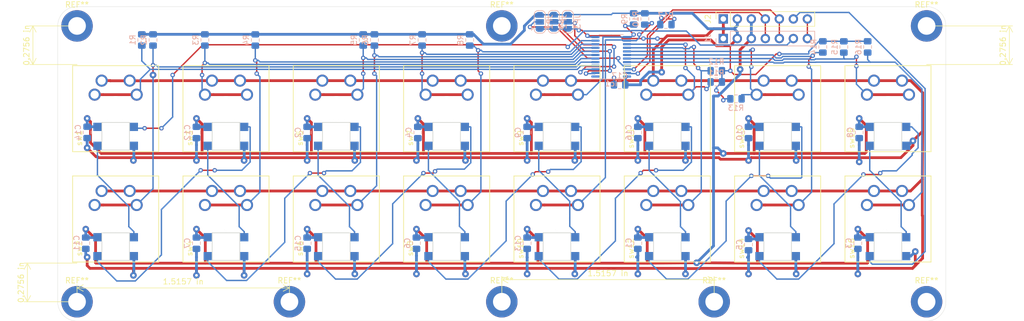
<source format=kicad_pcb>
(kicad_pcb (version 20171130) (host pcbnew "(5.1.5)-3")
  (layers (0 F.Cu signal) (31 B.Cu signal) (34 B.Paste user) (35 F.Paste user) (36 B.SilkS user) (37 F.SilkS user) (38 B.Mask user) (39 F.Mask user) (44 Edge.Cuts user))
  (net 0 "")
  (net 1 GND)
  (net 2 +3V3)
  (net 3 +5V)
  (net 4 Button16)
  (net 5 Button8)
  (net 6 Button15)
  (net 7 Button7)
  (net 8 Button14)
  (net 9 Button6)
  (net 10 Button13)
  (net 11 Button4)
  (net 12 Button12)
  (net 13 Button11)
  (net 14 Button3)
  (net 15 Button10)
  (net 16 Button2)
  (net 17 Button9)
  (net 18 Button1)
  (net 19 Button5)
  (net 20 "Net-(sw1-Pad6)")
  (net 21 "Net-(sw2-Pad6)")
  (net 22 "Net-(sw3-Pad6)")
  (net 23 "Net-(sw4-Pad6)")
  (net 24 "Net-(sw5-Pad6)")
  (net 25 "Net-(sw6-Pad6)")
  (net 26 "Net-(sw7-Pad6)")
  (net 27 "Net-(sw8-Pad6)")
  (net 28 "Net-(sw10-Pad3)")
  (net 29 "Net-(sw10-Pad6)")
  (net 30 "Net-(sw11-Pad6)")
  (net 31 "Net-(sw12-Pad6)")
  (net 32 "Net-(sw13-Pad6)")
  (net 33 "Net-(sw14-Pad6)")
  (net 34 "Net-(sw15-Pad6)")
  (net 35 SDA)
  (net 36 SCL)
  (net 37 A0)
  (net 38 A2)
  (net 39 A1)
  (net 40 "Net-(ic1-Pad1)")
  (net 41 LEDOUT)
  (net 42 LEDIN)
  (net 43 LEDOUT1)
  (module Connector_PinSocket_2.54mm:PinSocket_1x07_P2.54mm_Vertical (layer F.Cu) (at 200.152 173.736 90)
    (fp_text reference J2 (at 0 -2.77 90) (layer F.SilkS))
    (fp_text value Conn_01x07)
    (pad 1 thru_hole rect (at 0 0 90) (size 1.7 1.7) (drill 1) (layers *.Cu *.Mask) (net 1 GND))
    (pad 2 thru_hole oval (at 0 2.54 90) (size 1.7 1.7) (drill 1) (layers *.Cu *.Mask) (net 2 +3V3))
    (pad 3 thru_hole oval (at 0 5.08 90) (size 1.7 1.7) (drill 1) (layers *.Cu *.Mask) (net 3 +5V))
    (pad 4 thru_hole oval (at 0 7.62 90) (size 1.7 1.7) (drill 1) (layers *.Cu *.Mask) (net 35 SDA))
    (pad 5 thru_hole oval (at 0 10.16 90) (size 1.7 1.7) (drill 1) (layers *.Cu *.Mask) (net 36 SCL))
    (pad 6 thru_hole oval (at 0 12.7 90) (size 1.7 1.7) (drill 1) (layers *.Cu *.Mask) (net 41 LEDOUT))
    (pad 7 thru_hole oval (at 0 15.24 90) (size 1.7 1.7) (drill 1) (layers *.Cu *.Mask) (net 43 LEDOUT1))
  )
  (module Connector_PinSocket_2.54mm:PinSocket_1x07_P2.54mm_Vertical (layer B.Cu) (at 200.152 177.292 270)
    (fp_text reference J1 (at 0 2.77 90) (layer B.SilkS) (effects (justify mirror)))
    (fp_text value Conn_01x07)
    (pad 7 thru_hole oval (at 0 -15.24 270) (size 1.7 1.7) (drill 1) (layers *.Cu *.Mask) (net 43 LEDOUT1))
    (pad 6 thru_hole oval (at 0 -12.7 270) (size 1.7 1.7) (drill 1) (layers *.Cu *.Mask) (net 42 LEDIN))
    (pad 5 thru_hole oval (at 0 -10.16 270) (size 1.7 1.7) (drill 1) (layers *.Cu *.Mask) (net 36 SCL))
    (pad 4 thru_hole oval (at 0 -7.62 270) (size 1.7 1.7) (drill 1) (layers *.Cu *.Mask) (net 35 SDA))
    (pad 3 thru_hole oval (at 0 -5.08 270) (size 1.7 1.7) (drill 1) (layers *.Cu *.Mask) (net 3 +5V))
    (pad 2 thru_hole oval (at 0 -2.54 270) (size 1.7 1.7) (drill 1) (layers *.Cu *.Mask) (net 2 +3V3))
    (pad 1 thru_hole rect (at 0 0 270) (size 1.7 1.7) (drill 1) (layers *.Cu *.Mask) (net 1 GND))
  )
  (module cherry:Cherry_MX_SK6812_BS (layer F.Cu) (at 90 190)
    (fp_text reference sw1 (at -6.604 5.334 90) (layer F.SilkS))
    (fp_text value cherry_sk6812)
    (fp_line (start -2.5 7.5) (end -2.5 2.5) (layer Edge.Cuts) (width 0.12))
    (fp_line (start 2.5 7.5) (end -2.5 7.5) (layer Edge.Cuts) (width 0.12))
    (fp_line (start 2.5 2.5) (end 2.5 7.5) (layer Edge.Cuts) (width 0.12))
    (fp_line (start -2.5 2.5) (end 2.5 2.5) (layer Edge.Cuts) (width 0.12))
    (pad "" np_thru_hole circle (at -5.08 0) (size 1.4986 1.4986) (drill 1.4986) (layers *.Cu *.Mask))
    (pad "" np_thru_hole circle (at 5.08 0) (size 1.4986 1.4986) (drill 1.4986) (layers *.Cu *.Mask))
    (pad 2 thru_hole circle (at -2.54 -5.08) (size 2.2 2.2) (drill 1.4986) (layers *.Cu *.Mask) (net 1 GND))
    (pad 1 thru_hole circle (at 3.81 -2.54) (size 2.2 2.2) (drill 1.4986) (layers *.Cu *.Mask) (net 18 Button1))
    (pad 6 smd rect (at -3.302 6.731) (size 1.5 1.5) (layers B.Cu B.Paste B.Mask) (net 20 "Net-(sw1-Pad6)"))
    (pad 5 smd rect (at -3.302 3.302) (size 1.5 1.5) (layers B.Cu B.Paste B.Mask) (net 3 +5V))
    (pad 4 smd rect (at 3.302 6.731) (size 1.5 1.5) (layers B.Cu B.Paste B.Mask) (net 1 GND))
    (pad 3 smd rect (at 3.302 3.302) (size 1.5 1.5) (layers B.Cu B.Paste B.Mask) (net 42 LEDIN))
    (pad 2 thru_hole circle (at 2.54 -5.08) (size 2.2 2.2) (drill 1.4986) (layers *.Cu *.Mask) (net 1 GND))
    (pad 1 thru_hole circle (at -3.81 -2.54) (size 2.2 2.2) (drill 1.4986) (layers *.Cu *.Mask) (net 18 Button1))
    (pad "" np_thru_hole circle (at 0 0) (size 3.9878 3.9878) (drill 3.9878) (layers *.Cu *.Mask))
  )
  (module cherry:Cherry_MX_SK6812_BS (layer F.Cu) (at 110 210)
    (fp_text reference sw4 (at -6.604 5.334 90) (layer F.SilkS))
    (fp_text value cherry_sk6812)
    (fp_line (start -2.5 7.5) (end -2.5 2.5) (layer Edge.Cuts) (width 0.12))
    (fp_line (start 2.5 7.5) (end -2.5 7.5) (layer Edge.Cuts) (width 0.12))
    (fp_line (start 2.5 2.5) (end 2.5 7.5) (layer Edge.Cuts) (width 0.12))
    (fp_line (start -2.5 2.5) (end 2.5 2.5) (layer Edge.Cuts) (width 0.12))
    (pad "" np_thru_hole circle (at -5.08 0) (size 1.4986 1.4986) (drill 1.4986) (layers *.Cu *.Mask))
    (pad "" np_thru_hole circle (at 5.08 0) (size 1.4986 1.4986) (drill 1.4986) (layers *.Cu *.Mask))
    (pad 2 thru_hole circle (at -2.54 -5.08) (size 2.2 2.2) (drill 1.4986) (layers *.Cu *.Mask) (net 1 GND))
    (pad 1 thru_hole circle (at 3.81 -2.54) (size 2.2 2.2) (drill 1.4986) (layers *.Cu *.Mask) (net 11 Button4))
    (pad 6 smd rect (at -3.302 6.731) (size 1.5 1.5) (layers B.Cu B.Paste B.Mask) (net 23 "Net-(sw4-Pad6)"))
    (pad 5 smd rect (at -3.302 3.302) (size 1.5 1.5) (layers B.Cu B.Paste B.Mask) (net 3 +5V))
    (pad 4 smd rect (at 3.302 6.731) (size 1.5 1.5) (layers B.Cu B.Paste B.Mask) (net 1 GND))
    (pad 3 smd rect (at 3.302 3.302) (size 1.5 1.5) (layers B.Cu B.Paste B.Mask) (net 22 "Net-(sw3-Pad6)"))
    (pad 2 thru_hole circle (at 2.54 -5.08) (size 2.2 2.2) (drill 1.4986) (layers *.Cu *.Mask) (net 1 GND))
    (pad 1 thru_hole circle (at -3.81 -2.54) (size 2.2 2.2) (drill 1.4986) (layers *.Cu *.Mask) (net 11 Button4))
    (pad "" np_thru_hole circle (at 0 0) (size 3.9878 3.9878) (drill 3.9878) (layers *.Cu *.Mask))
  )
  (module Resistor_SMD:R_0805_2012Metric_Pad1.15x1.40mm_HandSolder (layer B.Cu) (at 189.738 174.752 180)
    (fp_text reference R17 (at 0 1.65) (layer B.SilkS) (effects (justify mirror)))
    (fp_text value 120)
    (pad 2 smd roundrect (at 1.025 0 180) (size 1.15 1.4) (layers B.Cu B.Paste B.Mask) (roundrect_rratio 0.217391) (net 36 SCL))
    (pad 1 smd roundrect (at -1.025 0 180) (size 1.15 1.4) (layers B.Cu B.Paste B.Mask) (roundrect_rratio 0.217391) (net 35 SDA))
  )
  (module Resistor_SMD:R_0805_2012Metric_Pad1.15x1.40mm_HandSolder (layer B.Cu) (at 226.314 178.807 270)
    (fp_text reference R16 (at 0 1.65 90) (layer B.SilkS) (effects (justify mirror)))
    (fp_text value R)
    (pad 2 smd roundrect (at 1.025 0 270) (size 1.15 1.4) (layers B.Cu B.Paste B.Mask) (roundrect_rratio 0.217391) (net 4 Button16))
    (pad 1 smd roundrect (at -1.025 0 270) (size 1.15 1.4) (layers B.Cu B.Paste B.Mask) (roundrect_rratio 0.217391) (net 2 +3V3))
  )
  (module Resistor_SMD:R_0805_2012Metric_Pad1.15x1.40mm_HandSolder (layer B.Cu) (at 221.996 178.816 270)
    (fp_text reference R15 (at 0 1.65 90) (layer B.SilkS) (effects (justify mirror)))
    (fp_text value R)
    (pad 2 smd roundrect (at 1.025 0 270) (size 1.15 1.4) (layers B.Cu B.Paste B.Mask) (roundrect_rratio 0.217391) (net 6 Button15))
    (pad 1 smd roundrect (at -1.025 0 270) (size 1.15 1.4) (layers B.Cu B.Paste B.Mask) (roundrect_rratio 0.217391) (net 2 +3V3))
  )
  (module Resistor_SMD:R_0805_2012Metric_Pad1.15x1.40mm_HandSolder (layer B.Cu) (at 218.186 178.807 270)
    (fp_text reference R14 (at 0 1.65 90) (layer B.SilkS) (effects (justify mirror)))
    (fp_text value R)
    (pad 2 smd roundrect (at 1.025 0 270) (size 1.15 1.4) (layers B.Cu B.Paste B.Mask) (roundrect_rratio 0.217391) (net 8 Button14))
    (pad 1 smd roundrect (at -1.025 0 270) (size 1.15 1.4) (layers B.Cu B.Paste B.Mask) (roundrect_rratio 0.217391) (net 2 +3V3))
  )
  (module Resistor_SMD:R_0805_2012Metric_Pad1.15x1.40mm_HandSolder (layer B.Cu) (at 202.447 188.214)
    (fp_text reference R13 (at 0 1.65) (layer B.SilkS) (effects (justify mirror)))
    (fp_text value R)
    (pad 2 smd roundrect (at 1.025 0) (size 1.15 1.4) (layers B.Cu B.Paste B.Mask) (roundrect_rratio 0.217391) (net 10 Button13))
    (pad 1 smd roundrect (at -1.025 0) (size 1.15 1.4) (layers B.Cu B.Paste B.Mask) (roundrect_rratio 0.217391) (net 2 +3V3))
  )
  (module Resistor_SMD:R_0805_2012Metric_Pad1.15x1.40mm_HandSolder (layer B.Cu) (at 198.882 183.134 180)
    (fp_text reference R12 (at 0 1.65) (layer B.SilkS) (effects (justify mirror)))
    (fp_text value R)
    (pad 2 smd roundrect (at 1.025 0 180) (size 1.15 1.4) (layers B.Cu B.Paste B.Mask) (roundrect_rratio 0.217391) (net 12 Button12))
    (pad 1 smd roundrect (at -1.025 0 180) (size 1.15 1.4) (layers B.Cu B.Paste B.Mask) (roundrect_rratio 0.217391) (net 2 +3V3))
  )
  (module Resistor_SMD:R_0805_2012Metric_Pad1.15x1.40mm_HandSolder (layer B.Cu) (at 198.873 185.166 180)
    (fp_text reference R11 (at 0 1.65) (layer B.SilkS) (effects (justify mirror)))
    (fp_text value R)
    (pad 2 smd roundrect (at 1.025 0 180) (size 1.15 1.4) (layers B.Cu B.Paste B.Mask) (roundrect_rratio 0.217391) (net 13 Button11))
    (pad 1 smd roundrect (at -1.025 0 180) (size 1.15 1.4) (layers B.Cu B.Paste B.Mask) (roundrect_rratio 0.217391) (net 2 +3V3))
  )
  (module Resistor_SMD:R_0805_2012Metric_Pad1.15x1.40mm_HandSolder (layer B.Cu) (at 185.928 173.736 270)
    (fp_text reference R10 (at 0 1.65 90) (layer B.SilkS) (effects (justify mirror)))
    (fp_text value R)
    (pad 2 smd roundrect (at 1.025 0 270) (size 1.15 1.4) (layers B.Cu B.Paste B.Mask) (roundrect_rratio 0.217391) (net 15 Button10))
    (pad 1 smd roundrect (at -1.025 0 270) (size 1.15 1.4) (layers B.Cu B.Paste B.Mask) (roundrect_rratio 0.217391) (net 2 +3V3))
  )
  (module Resistor_SMD:R_0805_2012Metric_Pad1.15x1.40mm_HandSolder (layer B.Cu) (at 183.896 173.736 270)
    (fp_text reference R9 (at 0 1.65 90) (layer B.SilkS) (effects (justify mirror)))
    (fp_text value R)
    (pad 2 smd roundrect (at 1.025 0 270) (size 1.15 1.4) (layers B.Cu B.Paste B.Mask) (roundrect_rratio 0.217391) (net 17 Button9))
    (pad 1 smd roundrect (at -1.025 0 270) (size 1.15 1.4) (layers B.Cu B.Paste B.Mask) (roundrect_rratio 0.217391) (net 2 +3V3))
  )
  (module Resistor_SMD:R_0805_2012Metric_Pad1.15x1.40mm_HandSolder (layer B.Cu) (at 154.178 177.546 270)
    (fp_text reference R8 (at 0 1.65 90) (layer B.SilkS) (effects (justify mirror)))
    (fp_text value R)
    (pad 2 smd roundrect (at 1.025 0 270) (size 1.15 1.4) (layers B.Cu B.Paste B.Mask) (roundrect_rratio 0.217391) (net 5 Button8))
    (pad 1 smd roundrect (at -1.025 0 270) (size 1.15 1.4) (layers B.Cu B.Paste B.Mask) (roundrect_rratio 0.217391) (net 2 +3V3))
  )
  (module Resistor_SMD:R_0805_2012Metric_Pad1.15x1.40mm_HandSolder (layer B.Cu) (at 145.542 177.546 270)
    (fp_text reference R7 (at 0 1.65 90) (layer B.SilkS) (effects (justify mirror)))
    (fp_text value R)
    (pad 2 smd roundrect (at 1.025 0 270) (size 1.15 1.4) (layers B.Cu B.Paste B.Mask) (roundrect_rratio 0.217391) (net 7 Button7))
    (pad 1 smd roundrect (at -1.025 0 270) (size 1.15 1.4) (layers B.Cu B.Paste B.Mask) (roundrect_rratio 0.217391) (net 2 +3V3))
  )
  (module Resistor_SMD:R_0805_2012Metric_Pad1.15x1.40mm_HandSolder (layer B.Cu) (at 136.906 177.546 270)
    (fp_text reference R6 (at 0 1.65 90) (layer B.SilkS) (effects (justify mirror)))
    (fp_text value R)
    (pad 2 smd roundrect (at 1.025 0 270) (size 1.15 1.4) (layers B.Cu B.Paste B.Mask) (roundrect_rratio 0.217391) (net 9 Button6))
    (pad 1 smd roundrect (at -1.025 0 270) (size 1.15 1.4) (layers B.Cu B.Paste B.Mask) (roundrect_rratio 0.217391) (net 2 +3V3))
  )
  (module Resistor_SMD:R_0805_2012Metric_Pad1.15x1.40mm_HandSolder (layer B.Cu) (at 134.874 177.546 270)
    (fp_text reference R5 (at 0 1.65 90) (layer B.SilkS) (effects (justify mirror)))
    (fp_text value R)
    (pad 2 smd roundrect (at 1.025 0 270) (size 1.15 1.4) (layers B.Cu B.Paste B.Mask) (roundrect_rratio 0.217391) (net 19 Button5))
    (pad 1 smd roundrect (at -1.025 0 270) (size 1.15 1.4) (layers B.Cu B.Paste B.Mask) (roundrect_rratio 0.217391) (net 2 +3V3))
  )
  (module Resistor_SMD:R_0805_2012Metric_Pad1.15x1.40mm_HandSolder (layer B.Cu) (at 115.316 177.555 270)
    (fp_text reference R4 (at 0 1.65 90) (layer B.SilkS) (effects (justify mirror)))
    (fp_text value R)
    (pad 2 smd roundrect (at 1.025 0 270) (size 1.15 1.4) (layers B.Cu B.Paste B.Mask) (roundrect_rratio 0.217391) (net 11 Button4))
    (pad 1 smd roundrect (at -1.025 0 270) (size 1.15 1.4) (layers B.Cu B.Paste B.Mask) (roundrect_rratio 0.217391) (net 2 +3V3))
  )
  (module Resistor_SMD:R_0805_2012Metric_Pad1.15x1.40mm_HandSolder (layer B.Cu) (at 106.172 177.546 270)
    (fp_text reference R3 (at 0 1.65 90) (layer B.SilkS) (effects (justify mirror)))
    (fp_text value R)
    (pad 2 smd roundrect (at 1.025 0 270) (size 1.15 1.4) (layers B.Cu B.Paste B.Mask) (roundrect_rratio 0.217391) (net 14 Button3))
    (pad 1 smd roundrect (at -1.025 0 270) (size 1.15 1.4) (layers B.Cu B.Paste B.Mask) (roundrect_rratio 0.217391) (net 2 +3V3))
  )
  (module Resistor_SMD:R_0805_2012Metric_Pad1.15x1.40mm_HandSolder (layer B.Cu) (at 96.774 177.546 270)
    (fp_text reference R2 (at 0 1.65 90) (layer B.SilkS) (effects (justify mirror)))
    (fp_text value R)
    (pad 2 smd roundrect (at 1.025 0 270) (size 1.15 1.4) (layers B.Cu B.Paste B.Mask) (roundrect_rratio 0.217391) (net 16 Button2))
    (pad 1 smd roundrect (at -1.025 0 270) (size 1.15 1.4) (layers B.Cu B.Paste B.Mask) (roundrect_rratio 0.217391) (net 2 +3V3))
  )
  (module Resistor_SMD:R_0805_2012Metric_Pad1.15x1.40mm_HandSolder (layer B.Cu) (at 94.742 177.546 270)
    (fp_text reference R1 (at 0 1.65 90) (layer B.SilkS) (effects (justify mirror)))
    (fp_text value R)
    (pad 2 smd roundrect (at 1.025 0 270) (size 1.15 1.4) (layers B.Cu B.Paste B.Mask) (roundrect_rratio 0.217391) (net 18 Button1))
    (pad 1 smd roundrect (at -1.025 0 270) (size 1.15 1.4) (layers B.Cu B.Paste B.Mask) (roundrect_rratio 0.217391) (net 2 +3V3))
  )
  (module Jumper:SolderJumper-3_P1.3mm_Open_RoundedPad1.0x1.5mm (layer B.Cu) (at 171.958 174.244 90)
    (fp_text reference JP3 (at 0 1.8 90) (layer B.SilkS) (effects (justify mirror)))
    (fp_text value SolderJumper_3_Open)
    (pad 2 smd rect (at 0 0 90) (size 1 1.5) (layers B.Cu B.Mask) (net 38 A2))
    (pad 3 smd custom (at 1.3 0 90) (size 1 0.5) (layers B.Cu B.Mask) (net 2 +3V3) (options (clearance outline) (anchor rect)) (primitives (gr_circle (center 0 -0.25) (end 0.5 -0.25) (width 0)) (gr_circle (center 0 0.25) (end 0.5 0.25) (width 0)) (gr_poly (pts (xy -0.55 0.75) (xy 0 0.75) (xy 0 -0.75) (xy -0.55 -0.75)) (width 0))))
    (pad 1 smd custom (at -1.3 0 90) (size 1 0.5) (layers B.Cu B.Mask) (net 1 GND) (options (clearance outline) (anchor rect)) (primitives (gr_circle (center 0 -0.25) (end 0.5 -0.25) (width 0)) (gr_circle (center 0 0.25) (end 0.5 0.25) (width 0)) (gr_poly (pts (xy 0.55 0.75) (xy 0 0.75) (xy 0 -0.75) (xy 0.55 -0.75)) (width 0))))
  )
  (module Jumper:SolderJumper-3_P1.3mm_Open_RoundedPad1.0x1.5mm (layer B.Cu) (at 169.418 174.244 90)
    (fp_text reference JP2 (at 0 1.8 90) (layer B.SilkS) (effects (justify mirror)))
    (fp_text value SolderJumper_3_Open)
    (pad 2 smd rect (at 0 0 90) (size 1 1.5) (layers B.Cu B.Mask) (net 39 A1))
    (pad 3 smd custom (at 1.3 0 90) (size 1 0.5) (layers B.Cu B.Mask) (net 2 +3V3) (options (clearance outline) (anchor rect)) (primitives (gr_circle (center 0 -0.25) (end 0.5 -0.25) (width 0)) (gr_circle (center 0 0.25) (end 0.5 0.25) (width 0)) (gr_poly (pts (xy -0.55 0.75) (xy 0 0.75) (xy 0 -0.75) (xy -0.55 -0.75)) (width 0))))
    (pad 1 smd custom (at -1.3 0 90) (size 1 0.5) (layers B.Cu B.Mask) (net 1 GND) (options (clearance outline) (anchor rect)) (primitives (gr_circle (center 0 -0.25) (end 0.5 -0.25) (width 0)) (gr_circle (center 0 0.25) (end 0.5 0.25) (width 0)) (gr_poly (pts (xy 0.55 0.75) (xy 0 0.75) (xy 0 -0.75) (xy 0.55 -0.75)) (width 0))))
  )
  (module Jumper:SolderJumper-3_P1.3mm_Open_RoundedPad1.0x1.5mm (layer B.Cu) (at 166.878 174.274 90)
    (fp_text reference JP1 (at 0 1.8 90) (layer B.SilkS) (effects (justify mirror)))
    (fp_text value SolderJumper_3_Open)
    (pad 2 smd rect (at 0 0 90) (size 1 1.5) (layers B.Cu B.Mask) (net 37 A0))
    (pad 3 smd custom (at 1.3 0 90) (size 1 0.5) (layers B.Cu B.Mask) (net 2 +3V3) (options (clearance outline) (anchor rect)) (primitives (gr_circle (center 0 -0.25) (end 0.5 -0.25) (width 0)) (gr_circle (center 0 0.25) (end 0.5 0.25) (width 0)) (gr_poly (pts (xy -0.55 0.75) (xy 0 0.75) (xy 0 -0.75) (xy -0.55 -0.75)) (width 0))))
    (pad 1 smd custom (at -1.3 0 90) (size 1 0.5) (layers B.Cu B.Mask) (net 1 GND) (options (clearance outline) (anchor rect)) (primitives (gr_circle (center 0 -0.25) (end 0.5 -0.25) (width 0)) (gr_circle (center 0 0.25) (end 0.5 0.25) (width 0)) (gr_poly (pts (xy 0.55 0.75) (xy 0 0.75) (xy 0 -0.75) (xy 0.55 -0.75)) (width 0))))
  )
  (module Package_SO:TSSOP-24_4.4x7.8mm_P0.65mm (layer B.Cu) (at 179.832 180.594)
    (fp_text reference ic1 (at 0 4.85) (layer B.SilkS) (effects (justify mirror)))
    (fp_text value PCA9555)
    (pad 24 smd roundrect (at 2.8625 3.575) (size 1.475 0.4) (layers B.Cu B.Paste B.Mask) (net 2 +3V3))
    (pad 23 smd roundrect (at 2.8625 2.925) (size 1.475 0.4) (layers B.Cu B.Paste B.Mask) (net 35 SDA))
    (pad 22 smd roundrect (at 2.8625 2.275) (size 1.475 0.4) (layers B.Cu B.Paste B.Mask) (net 36 SCL))
    (pad 21 smd roundrect (at 2.8625 1.625) (size 1.475 0.4) (layers B.Cu B.Paste B.Mask) (net 37 A0))
    (pad 20 smd roundrect (at 2.8625 0.975) (size 1.475 0.4) (layers B.Cu B.Paste B.Mask) (net 4 Button16))
    (pad 19 smd roundrect (at 2.8625 0.325) (size 1.475 0.4) (layers B.Cu B.Paste B.Mask) (net 6 Button15))
    (pad 18 smd roundrect (at 2.8625 -0.325) (size 1.475 0.4) (layers B.Cu B.Paste B.Mask) (net 8 Button14))
    (pad 17 smd roundrect (at 2.8625 -0.975) (size 1.475 0.4) (layers B.Cu B.Paste B.Mask) (net 10 Button13))
    (pad 16 smd roundrect (at 2.8625 -1.625) (size 1.475 0.4) (layers B.Cu B.Paste B.Mask) (net 12 Button12))
    (pad 15 smd roundrect (at 2.8625 -2.275) (size 1.475 0.4) (layers B.Cu B.Paste B.Mask) (net 13 Button11))
    (pad 14 smd roundrect (at 2.8625 -2.925) (size 1.475 0.4) (layers B.Cu B.Paste B.Mask) (net 15 Button10))
    (pad 13 smd roundrect (at 2.8625 -3.575) (size 1.475 0.4) (layers B.Cu B.Paste B.Mask) (net 17 Button9))
    (pad 12 smd roundrect (at -2.8625 -3.575) (size 1.475 0.4) (layers B.Cu B.Paste B.Mask) (net 1 GND))
    (pad 11 smd roundrect (at -2.8625 -2.925) (size 1.475 0.4) (layers B.Cu B.Paste B.Mask) (net 5 Button8))
    (pad 10 smd roundrect (at -2.8625 -2.275) (size 1.475 0.4) (layers B.Cu B.Paste B.Mask) (net 7 Button7))
    (pad 9 smd roundrect (at -2.8625 -1.625) (size 1.475 0.4) (layers B.Cu B.Paste B.Mask) (net 9 Button6))
    (pad 8 smd roundrect (at -2.8625 -0.975) (size 1.475 0.4) (layers B.Cu B.Paste B.Mask) (net 19 Button5))
    (pad 7 smd roundrect (at -2.8625 -0.325) (size 1.475 0.4) (layers B.Cu B.Paste B.Mask) (net 11 Button4))
    (pad 6 smd roundrect (at -2.8625 0.325) (size 1.475 0.4) (layers B.Cu B.Paste B.Mask) (net 14 Button3))
    (pad 5 smd roundrect (at -2.8625 0.975) (size 1.475 0.4) (layers B.Cu B.Paste B.Mask) (net 16 Button2))
    (pad 4 smd roundrect (at -2.8625 1.625) (size 1.475 0.4) (layers B.Cu B.Paste B.Mask) (net 18 Button1))
    (pad 3 smd roundrect (at -2.8625 2.275) (size 1.475 0.4) (layers B.Cu B.Paste B.Mask) (net 38 A2))
    (pad 2 smd roundrect (at -2.8625 2.925) (size 1.475 0.4) (layers B.Cu B.Paste B.Mask) (net 39 A1))
    (pad 1 smd roundrect (at -2.8625 3.575) (size 1.475 0.4) (layers B.Cu B.Paste B.Mask) (net 40 "Net-(ic1-Pad1)"))
  )
  (module Capacitor_SMD:C_0805_2012Metric_Pad1.15x1.40mm_HandSolder (layer B.Cu) (at 181.356 185.674 180)
    (fp_text reference C17 (at 0 1.65) (layer B.SilkS) (effects (justify mirror)))
    (fp_text value C)
    (pad 2 smd roundrect (at 1.025 0 180) (size 1.15 1.4) (layers B.Cu B.Paste B.Mask) (roundrect_rratio 0.217391) (net 1 GND))
    (pad 1 smd roundrect (at -1.025 0 180) (size 1.15 1.4) (layers B.Cu B.Paste B.Mask) (roundrect_rratio 0.217391) (net 2 +3V3))
  )
  (module Capacitor_SMD:C_0805_2012Metric_Pad1.15x1.40mm_HandSolder (layer B.Cu) (at 184.658 194.319 270)
    (fp_text reference C16 (at 0 1.65 90) (layer B.SilkS) (effects (justify mirror)))
    (fp_text value C)
    (pad 2 smd roundrect (at 1.025 0 270) (size 1.15 1.4) (layers B.Cu B.Paste B.Mask) (roundrect_rratio 0.217391) (net 1 GND))
    (pad 1 smd roundrect (at -1.025 0 270) (size 1.15 1.4) (layers B.Cu B.Paste B.Mask) (roundrect_rratio 0.217391) (net 3 +5V))
  )
  (module Capacitor_SMD:C_0805_2012Metric_Pad1.15x1.40mm_HandSolder (layer B.Cu) (at 124.714 214.385 270)
    (fp_text reference C15 (at 0 1.65 90) (layer B.SilkS) (effects (justify mirror)))
    (fp_text value C)
    (pad 2 smd roundrect (at 1.025 0 270) (size 1.15 1.4) (layers B.Cu B.Paste B.Mask) (roundrect_rratio 0.217391) (net 1 GND))
    (pad 1 smd roundrect (at -1.025 0 270) (size 1.15 1.4) (layers B.Cu B.Paste B.Mask) (roundrect_rratio 0.217391) (net 3 +5V))
  )
  (module Capacitor_SMD:C_0805_2012Metric_Pad1.15x1.40mm_HandSolder (layer B.Cu) (at 164.592 214.385 270)
    (fp_text reference C13 (at 0 1.65 90) (layer B.SilkS) (effects (justify mirror)))
    (fp_text value C)
    (pad 2 smd roundrect (at 1.025 0 270) (size 1.15 1.4) (layers B.Cu B.Paste B.Mask) (roundrect_rratio 0.217391) (net 1 GND))
    (pad 1 smd roundrect (at -1.025 0 270) (size 1.15 1.4) (layers B.Cu B.Paste B.Mask) (roundrect_rratio 0.217391) (net 3 +5V))
  )
  (module Capacitor_SMD:C_0805_2012Metric_Pad1.15x1.40mm_HandSolder (layer B.Cu) (at 104.648 194.319 270)
    (fp_text reference C12 (at 0 1.65 90) (layer B.SilkS) (effects (justify mirror)))
    (fp_text value C)
    (pad 2 smd roundrect (at 1.025 0 270) (size 1.15 1.4) (layers B.Cu B.Paste B.Mask) (roundrect_rratio 0.217391) (net 1 GND))
    (pad 1 smd roundrect (at -1.025 0 270) (size 1.15 1.4) (layers B.Cu B.Paste B.Mask) (roundrect_rratio 0.217391) (net 3 +5V))
  )
  (module Capacitor_SMD:C_0805_2012Metric_Pad1.15x1.40mm_HandSolder (layer B.Cu) (at 204.724 194.319 270)
    (fp_text reference C10 (at 0 1.65 90) (layer B.SilkS) (effects (justify mirror)))
    (fp_text value C)
    (pad 2 smd roundrect (at 1.025 0 270) (size 1.15 1.4) (layers B.Cu B.Paste B.Mask) (roundrect_rratio 0.217391) (net 1 GND))
    (pad 1 smd roundrect (at -1.025 0 270) (size 1.15 1.4) (layers B.Cu B.Paste B.Mask) (roundrect_rratio 0.217391) (net 3 +5V))
  )
  (module Capacitor_SMD:C_0805_2012Metric_Pad1.15x1.40mm_HandSolder (layer B.Cu) (at 164.592 194.319 270)
    (fp_text reference C9 (at 0 1.65 90) (layer B.SilkS) (effects (justify mirror)))
    (fp_text value C)
    (pad 2 smd roundrect (at 1.025 0 270) (size 1.15 1.4) (layers B.Cu B.Paste B.Mask) (roundrect_rratio 0.217391) (net 1 GND))
    (pad 1 smd roundrect (at -1.025 0 270) (size 1.15 1.4) (layers B.Cu B.Paste B.Mask) (roundrect_rratio 0.217391) (net 3 +5V))
  )
  (module Capacitor_SMD:C_0805_2012Metric_Pad1.15x1.40mm_HandSolder (layer B.Cu) (at 224.79 194.31 270)
    (fp_text reference C8 (at 0 1.65 90) (layer B.SilkS) (effects (justify mirror)))
    (fp_text value C)
    (pad 2 smd roundrect (at 1.025 0 270) (size 1.15 1.4) (layers B.Cu B.Paste B.Mask) (roundrect_rratio 0.217391) (net 1 GND))
    (pad 1 smd roundrect (at -1.025 0 270) (size 1.15 1.4) (layers B.Cu B.Paste B.Mask) (roundrect_rratio 0.217391) (net 3 +5V))
  )
  (module Capacitor_SMD:C_0805_2012Metric_Pad1.15x1.40mm_HandSolder (layer B.Cu) (at 104.648 214.385 270)
    (fp_text reference C7 (at 0 1.65 90) (layer B.SilkS) (effects (justify mirror)))
    (fp_text value C)
    (pad 2 smd roundrect (at 1.025 0 270) (size 1.15 1.4) (layers B.Cu B.Paste B.Mask) (roundrect_rratio 0.217391) (net 1 GND))
    (pad 1 smd roundrect (at -1.025 0 270) (size 1.15 1.4) (layers B.Cu B.Paste B.Mask) (roundrect_rratio 0.217391) (net 3 +5V))
  )
  (module Capacitor_SMD:C_0805_2012Metric_Pad1.15x1.40mm_HandSolder (layer B.Cu) (at 144.526 214.385 270)
    (fp_text reference C6 (at 0 1.65 90) (layer B.SilkS) (effects (justify mirror)))
    (fp_text value C)
    (pad 2 smd roundrect (at 1.025 0 270) (size 1.15 1.4) (layers B.Cu B.Paste B.Mask) (roundrect_rratio 0.217391) (net 1 GND))
    (pad 1 smd roundrect (at -1.025 0 270) (size 1.15 1.4) (layers B.Cu B.Paste B.Mask) (roundrect_rratio 0.217391) (net 3 +5V))
  )
  (module Capacitor_SMD:C_0805_2012Metric_Pad1.15x1.40mm_HandSolder (layer B.Cu) (at 204.724 214.639 270)
    (fp_text reference C5 (at 0 1.65 90) (layer B.SilkS) (effects (justify mirror)))
    (fp_text value C)
    (pad 2 smd roundrect (at 1.025 0 270) (size 1.15 1.4) (layers B.Cu B.Paste B.Mask) (roundrect_rratio 0.217391) (net 1 GND))
    (pad 1 smd roundrect (at -1.025 0 270) (size 1.15 1.4) (layers B.Cu B.Paste B.Mask) (roundrect_rratio 0.217391) (net 3 +5V))
  )
  (module Capacitor_SMD:C_0805_2012Metric_Pad1.15x1.40mm_HandSolder (layer B.Cu) (at 144.78 194.319 270)
    (fp_text reference C4 (at 0 1.65 90) (layer B.SilkS) (effects (justify mirror)))
    (fp_text value C)
    (pad 2 smd roundrect (at 1.025 0 270) (size 1.15 1.4) (layers B.Cu B.Paste B.Mask) (roundrect_rratio 0.217391) (net 1 GND))
    (pad 1 smd roundrect (at -1.025 0 270) (size 1.15 1.4) (layers B.Cu B.Paste B.Mask) (roundrect_rratio 0.217391) (net 3 +5V))
  )
  (module Capacitor_SMD:C_0805_2012Metric_Pad1.15x1.40mm_HandSolder (layer B.Cu) (at 224.536 214.385 270)
    (fp_text reference C3 (at 0 1.65 90) (layer B.SilkS) (effects (justify mirror)))
    (fp_text value C)
    (pad 2 smd roundrect (at 1.025 0 270) (size 1.15 1.4) (layers B.Cu B.Paste B.Mask) (roundrect_rratio 0.217391) (net 1 GND))
    (pad 1 smd roundrect (at -1.025 0 270) (size 1.15 1.4) (layers B.Cu B.Paste B.Mask) (roundrect_rratio 0.217391) (net 3 +5V))
  )
  (module Capacitor_SMD:C_0805_2012Metric_Pad1.15x1.40mm_HandSolder (layer B.Cu) (at 124.714 194.319 270)
    (fp_text reference C2 (at 0 1.65 90) (layer B.SilkS) (effects (justify mirror)))
    (fp_text value C)
    (pad 2 smd roundrect (at 1.025 0 270) (size 1.15 1.4) (layers B.Cu B.Paste B.Mask) (roundrect_rratio 0.217391) (net 1 GND))
    (pad 1 smd roundrect (at -1.025 0 270) (size 1.15 1.4) (layers B.Cu B.Paste B.Mask) (roundrect_rratio 0.217391) (net 3 +5V))
  )
  (module Capacitor_SMD:C_0805_2012Metric_Pad1.15x1.40mm_HandSolder (layer B.Cu) (at 184.658 214.385 270)
    (fp_text reference C1 (at 0 1.65 90) (layer B.SilkS) (effects (justify mirror)))
    (fp_text value C)
    (pad 2 smd roundrect (at 1.025 0 270) (size 1.15 1.4) (layers B.Cu B.Paste B.Mask) (roundrect_rratio 0.217391) (net 1 GND))
    (pad 1 smd roundrect (at -1.025 0 270) (size 1.15 1.4) (layers B.Cu B.Paste B.Mask) (roundrect_rratio 0.217391) (net 3 +5V))
  )
  (module MountingHole:MountingHole_3.2mm_M3_ISO7380_Pad (layer F.Cu) (at 198.5 225)
    (fp_text reference REF** (at 0 -3.85) (layer F.SilkS))
    (fp_text value MountingHole_3.2mm_M3_ISO7380_Pad)
    (pad 1 thru_hole circle (at 0 0) (size 5.7 5.7) (drill 3.2) (layers *.Cu *.Mask))
  )
  (module MountingHole:MountingHole_3.2mm_M3_ISO7380_Pad (layer F.Cu) (at 160 225)
    (fp_text reference REF** (at 0 -3.85) (layer F.SilkS))
    (fp_text value MountingHole_3.2mm_M3_ISO7380_Pad)
    (pad 1 thru_hole circle (at 0 0) (size 5.7 5.7) (drill 3.2) (layers *.Cu *.Mask))
  )
  (module MountingHole:MountingHole_3.2mm_M3_ISO7380_Pad (layer F.Cu) (at 121.5 225)
    (fp_text reference REF** (at 0 -3.85) (layer F.SilkS))
    (fp_text value MountingHole_3.2mm_M3_ISO7380_Pad)
    (pad 1 thru_hole circle (at 0 0) (size 5.7 5.7) (drill 3.2) (layers *.Cu *.Mask))
  )
  (module MountingHole:MountingHole_3.2mm_M3_ISO7380_Pad (layer F.Cu) (at 83 225)
    (fp_text reference REF** (at 0 -3.85) (layer F.SilkS))
    (fp_text value MountingHole_3.2mm_M3_ISO7380_Pad)
    (pad 1 thru_hole circle (at 0 0) (size 5.7 5.7) (drill 3.2) (layers *.Cu *.Mask))
  )
  (module MountingHole:MountingHole_3.2mm_M3_ISO7380_Pad (layer F.Cu) (at 237 225)
    (fp_text reference REF** (at 0 -3.85) (layer F.SilkS))
    (fp_text value MountingHole_3.2mm_M3_ISO7380_Pad)
    (pad 1 thru_hole circle (at 0 0) (size 5.7 5.7) (drill 3.2) (layers *.Cu *.Mask))
  )
  (module MountingHole:MountingHole_3.2mm_M3_ISO7380_Pad (layer F.Cu) (at 160 175)
    (fp_text reference REF** (at 0 -3.85) (layer F.SilkS))
    (fp_text value MountingHole_3.2mm_M3_ISO7380_Pad)
    (pad 1 thru_hole circle (at 0 0) (size 5.7 5.7) (drill 3.2) (layers *.Cu *.Mask))
  )
  (module cherry:Cherry_MX_SK6812_BS (layer F.Cu) (at 110 190)
    (fp_text reference sw3 (at -6.604 5.334 90) (layer F.SilkS))
    (fp_text value cherry_sk6812)
    (fp_line (start -2.5 7.5) (end -2.5 2.5) (layer Edge.Cuts) (width 0.12))
    (fp_line (start 2.5 7.5) (end -2.5 7.5) (layer Edge.Cuts) (width 0.12))
    (fp_line (start 2.5 2.5) (end 2.5 7.5) (layer Edge.Cuts) (width 0.12))
    (fp_line (start -2.5 2.5) (end 2.5 2.5) (layer Edge.Cuts) (width 0.12))
    (pad "" np_thru_hole circle (at -5.08 0) (size 1.4986 1.4986) (drill 1.4986) (layers *.Cu *.Mask))
    (pad "" np_thru_hole circle (at 5.08 0) (size 1.4986 1.4986) (drill 1.4986) (layers *.Cu *.Mask))
    (pad 2 thru_hole circle (at -2.54 -5.08) (size 2.2 2.2) (drill 1.4986) (layers *.Cu *.Mask) (net 1 GND))
    (pad 1 thru_hole circle (at 3.81 -2.54) (size 2.2 2.2) (drill 1.4986) (layers *.Cu *.Mask) (net 14 Button3))
    (pad 6 smd rect (at -3.302 6.731) (size 1.5 1.5) (layers B.Cu B.Paste B.Mask) (net 22 "Net-(sw3-Pad6)"))
    (pad 5 smd rect (at -3.302 3.302) (size 1.5 1.5) (layers B.Cu B.Paste B.Mask) (net 3 +5V))
    (pad 4 smd rect (at 3.302 6.731) (size 1.5 1.5) (layers B.Cu B.Paste B.Mask) (net 1 GND))
    (pad 3 smd rect (at 3.302 3.302) (size 1.5 1.5) (layers B.Cu B.Paste B.Mask) (net 21 "Net-(sw2-Pad6)"))
    (pad 2 thru_hole circle (at 2.54 -5.08) (size 2.2 2.2) (drill 1.4986) (layers *.Cu *.Mask) (net 1 GND))
    (pad 1 thru_hole circle (at -3.81 -2.54) (size 2.2 2.2) (drill 1.4986) (layers *.Cu *.Mask) (net 14 Button3))
    (pad "" np_thru_hole circle (at 0 0) (size 3.9878 3.9878) (drill 3.9878) (layers *.Cu *.Mask))
  )
  (module MountingHole:MountingHole_3.2mm_M3_ISO7380_Pad (layer F.Cu) (at 237 175)
    (fp_text reference REF** (at 0 -3.85) (layer F.SilkS))
    (fp_text value MountingHole_3.2mm_M3_ISO7380_Pad)
    (pad 1 thru_hole circle (at 0 0) (size 5.7 5.7) (drill 3.2) (layers *.Cu *.Mask))
  )
  (module MountingHole:MountingHole_3.2mm_M3_ISO7380_Pad (layer F.Cu) (at 83 175)
    (fp_text reference REF** (at 0 -3.85) (layer F.SilkS))
    (fp_text value MountingHole_3.2mm_M3_ISO7380_Pad)
    (pad 1 thru_hole circle (at 0 0) (size 5.7 5.7) (drill 3.2) (layers *.Cu *.Mask))
  )
  (module cherry:Cherry_MX_SK6812_BS (layer F.Cu) (at 150 210)
    (fp_text reference sw8 (at -6.604 5.334 90) (layer F.SilkS))
    (fp_text value cherry_sk6812)
    (fp_line (start -2.5 7.5) (end -2.5 2.5) (layer Edge.Cuts) (width 0.12))
    (fp_line (start 2.5 7.5) (end -2.5 7.5) (layer Edge.Cuts) (width 0.12))
    (fp_line (start 2.5 2.5) (end 2.5 7.5) (layer Edge.Cuts) (width 0.12))
    (fp_line (start -2.5 2.5) (end 2.5 2.5) (layer Edge.Cuts) (width 0.12))
    (pad "" np_thru_hole circle (at -5.08 0) (size 1.4986 1.4986) (drill 1.4986) (layers *.Cu *.Mask))
    (pad "" np_thru_hole circle (at 5.08 0) (size 1.4986 1.4986) (drill 1.4986) (layers *.Cu *.Mask))
    (pad 2 thru_hole circle (at -2.54 -5.08) (size 2.2 2.2) (drill 1.4986) (layers *.Cu *.Mask) (net 1 GND))
    (pad 1 thru_hole circle (at 3.81 -2.54) (size 2.2 2.2) (drill 1.4986) (layers *.Cu *.Mask) (net 5 Button8))
    (pad 6 smd rect (at -3.302 6.731) (size 1.5 1.5) (layers B.Cu B.Paste B.Mask) (net 27 "Net-(sw8-Pad6)"))
    (pad 5 smd rect (at -3.302 3.302) (size 1.5 1.5) (layers B.Cu B.Paste B.Mask) (net 3 +5V))
    (pad 4 smd rect (at 3.302 6.731) (size 1.5 1.5) (layers B.Cu B.Paste B.Mask) (net 1 GND))
    (pad 3 smd rect (at 3.302 3.302) (size 1.5 1.5) (layers B.Cu B.Paste B.Mask) (net 26 "Net-(sw7-Pad6)"))
    (pad 2 thru_hole circle (at 2.54 -5.08) (size 2.2 2.2) (drill 1.4986) (layers *.Cu *.Mask) (net 1 GND))
    (pad 1 thru_hole circle (at -3.81 -2.54) (size 2.2 2.2) (drill 1.4986) (layers *.Cu *.Mask) (net 5 Button8))
    (pad "" np_thru_hole circle (at 0 0) (size 3.9878 3.9878) (drill 3.9878) (layers *.Cu *.Mask))
  )
  (module cherry:Cherry_MX_SK6812_BS (layer F.Cu) (at 190 210)
    (fp_text reference sw12 (at -6.604 5.334 90) (layer F.SilkS))
    (fp_text value cherry_sk6812)
    (fp_line (start -2.5 7.5) (end -2.5 2.5) (layer Edge.Cuts) (width 0.12))
    (fp_line (start 2.5 7.5) (end -2.5 7.5) (layer Edge.Cuts) (width 0.12))
    (fp_line (start 2.5 2.5) (end 2.5 7.5) (layer Edge.Cuts) (width 0.12))
    (fp_line (start -2.5 2.5) (end 2.5 2.5) (layer Edge.Cuts) (width 0.12))
    (pad "" np_thru_hole circle (at -5.08 0) (size 1.4986 1.4986) (drill 1.4986) (layers *.Cu *.Mask))
    (pad "" np_thru_hole circle (at 5.08 0) (size 1.4986 1.4986) (drill 1.4986) (layers *.Cu *.Mask))
    (pad 2 thru_hole circle (at -2.54 -5.08) (size 2.2 2.2) (drill 1.4986) (layers *.Cu *.Mask) (net 1 GND))
    (pad 1 thru_hole circle (at 3.81 -2.54) (size 2.2 2.2) (drill 1.4986) (layers *.Cu *.Mask) (net 12 Button12))
    (pad 6 smd rect (at -3.302 6.731) (size 1.5 1.5) (layers B.Cu B.Paste B.Mask) (net 31 "Net-(sw12-Pad6)"))
    (pad 5 smd rect (at -3.302 3.302) (size 1.5 1.5) (layers B.Cu B.Paste B.Mask) (net 3 +5V))
    (pad 4 smd rect (at 3.302 6.731) (size 1.5 1.5) (layers B.Cu B.Paste B.Mask) (net 1 GND))
    (pad 3 smd rect (at 3.302 3.302) (size 1.5 1.5) (layers B.Cu B.Paste B.Mask) (net 30 "Net-(sw11-Pad6)"))
    (pad 2 thru_hole circle (at 2.54 -5.08) (size 2.2 2.2) (drill 1.4986) (layers *.Cu *.Mask) (net 1 GND))
    (pad 1 thru_hole circle (at -3.81 -2.54) (size 2.2 2.2) (drill 1.4986) (layers *.Cu *.Mask) (net 12 Button12))
    (pad "" np_thru_hole circle (at 0 0) (size 3.9878 3.9878) (drill 3.9878) (layers *.Cu *.Mask))
  )
  (module cherry:Cherry_MX_SK6812_BS (layer F.Cu) (at 170 210)
    (fp_text reference sw10 (at -6.604 5.334 90) (layer F.SilkS))
    (fp_text value cherry_sk6812)
    (fp_line (start -2.5 7.5) (end -2.5 2.5) (layer Edge.Cuts) (width 0.12))
    (fp_line (start 2.5 7.5) (end -2.5 7.5) (layer Edge.Cuts) (width 0.12))
    (fp_line (start 2.5 2.5) (end 2.5 7.5) (layer Edge.Cuts) (width 0.12))
    (fp_line (start -2.5 2.5) (end 2.5 2.5) (layer Edge.Cuts) (width 0.12))
    (pad "" np_thru_hole circle (at -5.08 0) (size 1.4986 1.4986) (drill 1.4986) (layers *.Cu *.Mask))
    (pad "" np_thru_hole circle (at 5.08 0) (size 1.4986 1.4986) (drill 1.4986) (layers *.Cu *.Mask))
    (pad 2 thru_hole circle (at -2.54 -5.08) (size 2.2 2.2) (drill 1.4986) (layers *.Cu *.Mask) (net 1 GND))
    (pad 1 thru_hole circle (at 3.81 -2.54) (size 2.2 2.2) (drill 1.4986) (layers *.Cu *.Mask) (net 15 Button10))
    (pad 6 smd rect (at -3.302 6.731) (size 1.5 1.5) (layers B.Cu B.Paste B.Mask) (net 29 "Net-(sw10-Pad6)"))
    (pad 5 smd rect (at -3.302 3.302) (size 1.5 1.5) (layers B.Cu B.Paste B.Mask) (net 3 +5V))
    (pad 4 smd rect (at 3.302 6.731) (size 1.5 1.5) (layers B.Cu B.Paste B.Mask) (net 1 GND))
    (pad 3 smd rect (at 3.302 3.302) (size 1.5 1.5) (layers B.Cu B.Paste B.Mask) (net 28 "Net-(sw10-Pad3)"))
    (pad 2 thru_hole circle (at 2.54 -5.08) (size 2.2 2.2) (drill 1.4986) (layers *.Cu *.Mask) (net 1 GND))
    (pad 1 thru_hole circle (at -3.81 -2.54) (size 2.2 2.2) (drill 1.4986) (layers *.Cu *.Mask) (net 15 Button10))
    (pad "" np_thru_hole circle (at 0 0) (size 3.9878 3.9878) (drill 3.9878) (layers *.Cu *.Mask))
  )
  (module cherry:Cherry_MX_SK6812_BS (layer F.Cu) (at 210 210)
    (fp_text reference sw14 (at -6.604 5.334 90) (layer F.SilkS))
    (fp_text value cherry_sk6812)
    (fp_line (start -2.5 7.5) (end -2.5 2.5) (layer Edge.Cuts) (width 0.12))
    (fp_line (start 2.5 7.5) (end -2.5 7.5) (layer Edge.Cuts) (width 0.12))
    (fp_line (start 2.5 2.5) (end 2.5 7.5) (layer Edge.Cuts) (width 0.12))
    (fp_line (start -2.5 2.5) (end 2.5 2.5) (layer Edge.Cuts) (width 0.12))
    (pad "" np_thru_hole circle (at -5.08 0) (size 1.4986 1.4986) (drill 1.4986) (layers *.Cu *.Mask))
    (pad "" np_thru_hole circle (at 5.08 0) (size 1.4986 1.4986) (drill 1.4986) (layers *.Cu *.Mask))
    (pad 2 thru_hole circle (at -2.54 -5.08) (size 2.2 2.2) (drill 1.4986) (layers *.Cu *.Mask) (net 1 GND))
    (pad 1 thru_hole circle (at 3.81 -2.54) (size 2.2 2.2) (drill 1.4986) (layers *.Cu *.Mask) (net 8 Button14))
    (pad 6 smd rect (at -3.302 6.731) (size 1.5 1.5) (layers B.Cu B.Paste B.Mask) (net 33 "Net-(sw14-Pad6)"))
    (pad 5 smd rect (at -3.302 3.302) (size 1.5 1.5) (layers B.Cu B.Paste B.Mask) (net 3 +5V))
    (pad 4 smd rect (at 3.302 6.731) (size 1.5 1.5) (layers B.Cu B.Paste B.Mask) (net 1 GND))
    (pad 3 smd rect (at 3.302 3.302) (size 1.5 1.5) (layers B.Cu B.Paste B.Mask) (net 32 "Net-(sw13-Pad6)"))
    (pad 2 thru_hole circle (at 2.54 -5.08) (size 2.2 2.2) (drill 1.4986) (layers *.Cu *.Mask) (net 1 GND))
    (pad 1 thru_hole circle (at -3.81 -2.54) (size 2.2 2.2) (drill 1.4986) (layers *.Cu *.Mask) (net 8 Button14))
    (pad "" np_thru_hole circle (at 0 0) (size 3.9878 3.9878) (drill 3.9878) (layers *.Cu *.Mask))
  )
  (module cherry:Cherry_MX_SK6812_BS (layer F.Cu) (at 230 210)
    (fp_text reference sw16 (at -6.604 5.334 90) (layer F.SilkS))
    (fp_text value cherry_sk6812)
    (fp_line (start -2.5 7.5) (end -2.5 2.5) (layer Edge.Cuts) (width 0.12))
    (fp_line (start 2.5 7.5) (end -2.5 7.5) (layer Edge.Cuts) (width 0.12))
    (fp_line (start 2.5 2.5) (end 2.5 7.5) (layer Edge.Cuts) (width 0.12))
    (fp_line (start -2.5 2.5) (end 2.5 2.5) (layer Edge.Cuts) (width 0.12))
    (pad "" np_thru_hole circle (at -5.08 0) (size 1.4986 1.4986) (drill 1.4986) (layers *.Cu *.Mask))
    (pad "" np_thru_hole circle (at 5.08 0) (size 1.4986 1.4986) (drill 1.4986) (layers *.Cu *.Mask))
    (pad 2 thru_hole circle (at -2.54 -5.08) (size 2.2 2.2) (drill 1.4986) (layers *.Cu *.Mask) (net 1 GND))
    (pad 1 thru_hole circle (at 3.81 -2.54) (size 2.2 2.2) (drill 1.4986) (layers *.Cu *.Mask) (net 4 Button16))
    (pad 6 smd rect (at -3.302 6.731) (size 1.5 1.5) (layers B.Cu B.Paste B.Mask) (net 41 LEDOUT))
    (pad 5 smd rect (at -3.302 3.302) (size 1.5 1.5) (layers B.Cu B.Paste B.Mask) (net 3 +5V))
    (pad 4 smd rect (at 3.302 6.731) (size 1.5 1.5) (layers B.Cu B.Paste B.Mask) (net 1 GND))
    (pad 3 smd rect (at 3.302 3.302) (size 1.5 1.5) (layers B.Cu B.Paste B.Mask) (net 34 "Net-(sw15-Pad6)"))
    (pad 2 thru_hole circle (at 2.54 -5.08) (size 2.2 2.2) (drill 1.4986) (layers *.Cu *.Mask) (net 1 GND))
    (pad 1 thru_hole circle (at -3.81 -2.54) (size 2.2 2.2) (drill 1.4986) (layers *.Cu *.Mask) (net 4 Button16))
    (pad "" np_thru_hole circle (at 0 0) (size 3.9878 3.9878) (drill 3.9878) (layers *.Cu *.Mask))
  )
  (module cherry:Cherry_MX_SK6812_BS (layer F.Cu) (at 230 190)
    (fp_text reference sw15 (at -6.604 5.334 90) (layer F.SilkS))
    (fp_text value cherry_sk6812)
    (fp_line (start -2.5 7.5) (end -2.5 2.5) (layer Edge.Cuts) (width 0.12))
    (fp_line (start 2.5 7.5) (end -2.5 7.5) (layer Edge.Cuts) (width 0.12))
    (fp_line (start 2.5 2.5) (end 2.5 7.5) (layer Edge.Cuts) (width 0.12))
    (fp_line (start -2.5 2.5) (end 2.5 2.5) (layer Edge.Cuts) (width 0.12))
    (pad "" np_thru_hole circle (at -5.08 0) (size 1.4986 1.4986) (drill 1.4986) (layers *.Cu *.Mask))
    (pad "" np_thru_hole circle (at 5.08 0) (size 1.4986 1.4986) (drill 1.4986) (layers *.Cu *.Mask))
    (pad 2 thru_hole circle (at -2.54 -5.08) (size 2.2 2.2) (drill 1.4986) (layers *.Cu *.Mask) (net 1 GND))
    (pad 1 thru_hole circle (at 3.81 -2.54) (size 2.2 2.2) (drill 1.4986) (layers *.Cu *.Mask) (net 6 Button15))
    (pad 6 smd rect (at -3.302 6.731) (size 1.5 1.5) (layers B.Cu B.Paste B.Mask) (net 34 "Net-(sw15-Pad6)"))
    (pad 5 smd rect (at -3.302 3.302) (size 1.5 1.5) (layers B.Cu B.Paste B.Mask) (net 3 +5V))
    (pad 4 smd rect (at 3.302 6.731) (size 1.5 1.5) (layers B.Cu B.Paste B.Mask) (net 1 GND))
    (pad 3 smd rect (at 3.302 3.302) (size 1.5 1.5) (layers B.Cu B.Paste B.Mask) (net 33 "Net-(sw14-Pad6)"))
    (pad 2 thru_hole circle (at 2.54 -5.08) (size 2.2 2.2) (drill 1.4986) (layers *.Cu *.Mask) (net 1 GND))
    (pad 1 thru_hole circle (at -3.81 -2.54) (size 2.2 2.2) (drill 1.4986) (layers *.Cu *.Mask) (net 6 Button15))
    (pad "" np_thru_hole circle (at 0 0) (size 3.9878 3.9878) (drill 3.9878) (layers *.Cu *.Mask))
  )
  (module cherry:Cherry_MX_SK6812_BS (layer F.Cu) (at 210 190)
    (fp_text reference sw13 (at -6.604 5.334 90) (layer F.SilkS))
    (fp_text value cherry_sk6812)
    (fp_line (start -2.5 7.5) (end -2.5 2.5) (layer Edge.Cuts) (width 0.12))
    (fp_line (start 2.5 7.5) (end -2.5 7.5) (layer Edge.Cuts) (width 0.12))
    (fp_line (start 2.5 2.5) (end 2.5 7.5) (layer Edge.Cuts) (width 0.12))
    (fp_line (start -2.5 2.5) (end 2.5 2.5) (layer Edge.Cuts) (width 0.12))
    (pad "" np_thru_hole circle (at -5.08 0) (size 1.4986 1.4986) (drill 1.4986) (layers *.Cu *.Mask))
    (pad "" np_thru_hole circle (at 5.08 0) (size 1.4986 1.4986) (drill 1.4986) (layers *.Cu *.Mask))
    (pad 2 thru_hole circle (at -2.54 -5.08) (size 2.2 2.2) (drill 1.4986) (layers *.Cu *.Mask) (net 1 GND))
    (pad 1 thru_hole circle (at 3.81 -2.54) (size 2.2 2.2) (drill 1.4986) (layers *.Cu *.Mask) (net 10 Button13))
    (pad 6 smd rect (at -3.302 6.731) (size 1.5 1.5) (layers B.Cu B.Paste B.Mask) (net 32 "Net-(sw13-Pad6)"))
    (pad 5 smd rect (at -3.302 3.302) (size 1.5 1.5) (layers B.Cu B.Paste B.Mask) (net 3 +5V))
    (pad 4 smd rect (at 3.302 6.731) (size 1.5 1.5) (layers B.Cu B.Paste B.Mask) (net 1 GND))
    (pad 3 smd rect (at 3.302 3.302) (size 1.5 1.5) (layers B.Cu B.Paste B.Mask) (net 31 "Net-(sw12-Pad6)"))
    (pad 2 thru_hole circle (at 2.54 -5.08) (size 2.2 2.2) (drill 1.4986) (layers *.Cu *.Mask) (net 1 GND))
    (pad 1 thru_hole circle (at -3.81 -2.54) (size 2.2 2.2) (drill 1.4986) (layers *.Cu *.Mask) (net 10 Button13))
    (pad "" np_thru_hole circle (at 0 0) (size 3.9878 3.9878) (drill 3.9878) (layers *.Cu *.Mask))
  )
  (module cherry:Cherry_MX_SK6812_BS (layer F.Cu) (at 190 190)
    (fp_text reference sw11 (at -6.604 5.334 90) (layer F.SilkS))
    (fp_text value cherry_sk6812)
    (fp_line (start -2.5 7.5) (end -2.5 2.5) (layer Edge.Cuts) (width 0.12))
    (fp_line (start 2.5 7.5) (end -2.5 7.5) (layer Edge.Cuts) (width 0.12))
    (fp_line (start 2.5 2.5) (end 2.5 7.5) (layer Edge.Cuts) (width 0.12))
    (fp_line (start -2.5 2.5) (end 2.5 2.5) (layer Edge.Cuts) (width 0.12))
    (pad "" np_thru_hole circle (at -5.08 0) (size 1.4986 1.4986) (drill 1.4986) (layers *.Cu *.Mask))
    (pad "" np_thru_hole circle (at 5.08 0) (size 1.4986 1.4986) (drill 1.4986) (layers *.Cu *.Mask))
    (pad 2 thru_hole circle (at -2.54 -5.08) (size 2.2 2.2) (drill 1.4986) (layers *.Cu *.Mask) (net 1 GND))
    (pad 1 thru_hole circle (at 3.81 -2.54) (size 2.2 2.2) (drill 1.4986) (layers *.Cu *.Mask) (net 13 Button11))
    (pad 6 smd rect (at -3.302 6.731) (size 1.5 1.5) (layers B.Cu B.Paste B.Mask) (net 30 "Net-(sw11-Pad6)"))
    (pad 5 smd rect (at -3.302 3.302) (size 1.5 1.5) (layers B.Cu B.Paste B.Mask) (net 3 +5V))
    (pad 4 smd rect (at 3.302 6.731) (size 1.5 1.5) (layers B.Cu B.Paste B.Mask) (net 1 GND))
    (pad 3 smd rect (at 3.302 3.302) (size 1.5 1.5) (layers B.Cu B.Paste B.Mask) (net 29 "Net-(sw10-Pad6)"))
    (pad 2 thru_hole circle (at 2.54 -5.08) (size 2.2 2.2) (drill 1.4986) (layers *.Cu *.Mask) (net 1 GND))
    (pad 1 thru_hole circle (at -3.81 -2.54) (size 2.2 2.2) (drill 1.4986) (layers *.Cu *.Mask) (net 13 Button11))
    (pad "" np_thru_hole circle (at 0 0) (size 3.9878 3.9878) (drill 3.9878) (layers *.Cu *.Mask))
  )
  (module cherry:Cherry_MX_SK6812_BS (layer F.Cu) (at 170 190)
    (fp_text reference sw9 (at -6.604 5.334 90) (layer F.SilkS))
    (fp_text value cherry_sk6812)
    (fp_line (start -2.5 7.5) (end -2.5 2.5) (layer Edge.Cuts) (width 0.12))
    (fp_line (start 2.5 7.5) (end -2.5 7.5) (layer Edge.Cuts) (width 0.12))
    (fp_line (start 2.5 2.5) (end 2.5 7.5) (layer Edge.Cuts) (width 0.12))
    (fp_line (start -2.5 2.5) (end 2.5 2.5) (layer Edge.Cuts) (width 0.12))
    (pad "" np_thru_hole circle (at -5.08 0) (size 1.4986 1.4986) (drill 1.4986) (layers *.Cu *.Mask))
    (pad "" np_thru_hole circle (at 5.08 0) (size 1.4986 1.4986) (drill 1.4986) (layers *.Cu *.Mask))
    (pad 2 thru_hole circle (at -2.54 -5.08) (size 2.2 2.2) (drill 1.4986) (layers *.Cu *.Mask) (net 1 GND))
    (pad 1 thru_hole circle (at 3.81 -2.54) (size 2.2 2.2) (drill 1.4986) (layers *.Cu *.Mask) (net 17 Button9))
    (pad 6 smd rect (at -3.302 6.731) (size 1.5 1.5) (layers B.Cu B.Paste B.Mask) (net 28 "Net-(sw10-Pad3)"))
    (pad 5 smd rect (at -3.302 3.302) (size 1.5 1.5) (layers B.Cu B.Paste B.Mask) (net 3 +5V))
    (pad 4 smd rect (at 3.302 6.731) (size 1.5 1.5) (layers B.Cu B.Paste B.Mask) (net 1 GND))
    (pad 3 smd rect (at 3.302 3.302) (size 1.5 1.5) (layers B.Cu B.Paste B.Mask) (net 27 "Net-(sw8-Pad6)"))
    (pad 2 thru_hole circle (at 2.54 -5.08) (size 2.2 2.2) (drill 1.4986) (layers *.Cu *.Mask) (net 1 GND))
    (pad 1 thru_hole circle (at -3.81 -2.54) (size 2.2 2.2) (drill 1.4986) (layers *.Cu *.Mask) (net 17 Button9))
    (pad "" np_thru_hole circle (at 0 0) (size 3.9878 3.9878) (drill 3.9878) (layers *.Cu *.Mask))
  )
  (module cherry:Cherry_MX_SK6812_BS (layer F.Cu) (at 150 190)
    (fp_text reference sw7 (at -6.604 5.334 90) (layer F.SilkS))
    (fp_text value cherry_sk6812)
    (fp_line (start -2.5 7.5) (end -2.5 2.5) (layer Edge.Cuts) (width 0.12))
    (fp_line (start 2.5 7.5) (end -2.5 7.5) (layer Edge.Cuts) (width 0.12))
    (fp_line (start 2.5 2.5) (end 2.5 7.5) (layer Edge.Cuts) (width 0.12))
    (fp_line (start -2.5 2.5) (end 2.5 2.5) (layer Edge.Cuts) (width 0.12))
    (pad "" np_thru_hole circle (at -5.08 0) (size 1.4986 1.4986) (drill 1.4986) (layers *.Cu *.Mask))
    (pad "" np_thru_hole circle (at 5.08 0) (size 1.4986 1.4986) (drill 1.4986) (layers *.Cu *.Mask))
    (pad 2 thru_hole circle (at -2.54 -5.08) (size 2.2 2.2) (drill 1.4986) (layers *.Cu *.Mask) (net 1 GND))
    (pad 1 thru_hole circle (at 3.81 -2.54) (size 2.2 2.2) (drill 1.4986) (layers *.Cu *.Mask) (net 7 Button7))
    (pad 6 smd rect (at -3.302 6.731) (size 1.5 1.5) (layers B.Cu B.Paste B.Mask) (net 26 "Net-(sw7-Pad6)"))
    (pad 5 smd rect (at -3.302 3.302) (size 1.5 1.5) (layers B.Cu B.Paste B.Mask) (net 3 +5V))
    (pad 4 smd rect (at 3.302 6.731) (size 1.5 1.5) (layers B.Cu B.Paste B.Mask) (net 1 GND))
    (pad 3 smd rect (at 3.302 3.302) (size 1.5 1.5) (layers B.Cu B.Paste B.Mask) (net 25 "Net-(sw6-Pad6)"))
    (pad 2 thru_hole circle (at 2.54 -5.08) (size 2.2 2.2) (drill 1.4986) (layers *.Cu *.Mask) (net 1 GND))
    (pad 1 thru_hole circle (at -3.81 -2.54) (size 2.2 2.2) (drill 1.4986) (layers *.Cu *.Mask) (net 7 Button7))
    (pad "" np_thru_hole circle (at 0 0) (size 3.9878 3.9878) (drill 3.9878) (layers *.Cu *.Mask))
  )
  (module cherry:Cherry_MX_SK6812_BS (layer F.Cu) (at 130 210)
    (fp_text reference sw6 (at -6.604 5.334 90) (layer F.SilkS))
    (fp_text value cherry_sk6812)
    (fp_line (start -2.5 7.5) (end -2.5 2.5) (layer Edge.Cuts) (width 0.12))
    (fp_line (start 2.5 7.5) (end -2.5 7.5) (layer Edge.Cuts) (width 0.12))
    (fp_line (start 2.5 2.5) (end 2.5 7.5) (layer Edge.Cuts) (width 0.12))
    (fp_line (start -2.5 2.5) (end 2.5 2.5) (layer Edge.Cuts) (width 0.12))
    (pad "" np_thru_hole circle (at -5.08 0) (size 1.4986 1.4986) (drill 1.4986) (layers *.Cu *.Mask))
    (pad "" np_thru_hole circle (at 5.08 0) (size 1.4986 1.4986) (drill 1.4986) (layers *.Cu *.Mask))
    (pad 2 thru_hole circle (at -2.54 -5.08) (size 2.2 2.2) (drill 1.4986) (layers *.Cu *.Mask) (net 1 GND))
    (pad 1 thru_hole circle (at 3.81 -2.54) (size 2.2 2.2) (drill 1.4986) (layers *.Cu *.Mask) (net 9 Button6))
    (pad 6 smd rect (at -3.302 6.731) (size 1.5 1.5) (layers B.Cu B.Paste B.Mask) (net 25 "Net-(sw6-Pad6)"))
    (pad 5 smd rect (at -3.302 3.302) (size 1.5 1.5) (layers B.Cu B.Paste B.Mask) (net 3 +5V))
    (pad 4 smd rect (at 3.302 6.731) (size 1.5 1.5) (layers B.Cu B.Paste B.Mask) (net 1 GND))
    (pad 3 smd rect (at 3.302 3.302) (size 1.5 1.5) (layers B.Cu B.Paste B.Mask) (net 24 "Net-(sw5-Pad6)"))
    (pad 2 thru_hole circle (at 2.54 -5.08) (size 2.2 2.2) (drill 1.4986) (layers *.Cu *.Mask) (net 1 GND))
    (pad 1 thru_hole circle (at -3.81 -2.54) (size 2.2 2.2) (drill 1.4986) (layers *.Cu *.Mask) (net 9 Button6))
    (pad "" np_thru_hole circle (at 0 0) (size 3.9878 3.9878) (drill 3.9878) (layers *.Cu *.Mask))
  )
  (module cherry:Cherry_MX_SK6812_BS (layer F.Cu) (at 130 190)
    (fp_text reference sw5 (at -6.604 5.334 90) (layer F.SilkS))
    (fp_text value cherry_sk6812)
    (fp_line (start -2.5 7.5) (end -2.5 2.5) (layer Edge.Cuts) (width 0.12))
    (fp_line (start 2.5 7.5) (end -2.5 7.5) (layer Edge.Cuts) (width 0.12))
    (fp_line (start 2.5 2.5) (end 2.5 7.5) (layer Edge.Cuts) (width 0.12))
    (fp_line (start -2.5 2.5) (end 2.5 2.5) (layer Edge.Cuts) (width 0.12))
    (pad "" np_thru_hole circle (at -5.08 0) (size 1.4986 1.4986) (drill 1.4986) (layers *.Cu *.Mask))
    (pad "" np_thru_hole circle (at 5.08 0) (size 1.4986 1.4986) (drill 1.4986) (layers *.Cu *.Mask))
    (pad 2 thru_hole circle (at -2.54 -5.08) (size 2.2 2.2) (drill 1.4986) (layers *.Cu *.Mask) (net 1 GND))
    (pad 1 thru_hole circle (at 3.81 -2.54) (size 2.2 2.2) (drill 1.4986) (layers *.Cu *.Mask) (net 19 Button5))
    (pad 6 smd rect (at -3.302 6.731) (size 1.5 1.5) (layers B.Cu B.Paste B.Mask) (net 24 "Net-(sw5-Pad6)"))
    (pad 5 smd rect (at -3.302 3.302) (size 1.5 1.5) (layers B.Cu B.Paste B.Mask) (net 3 +5V))
    (pad 4 smd rect (at 3.302 6.731) (size 1.5 1.5) (layers B.Cu B.Paste B.Mask) (net 1 GND))
    (pad 3 smd rect (at 3.302 3.302) (size 1.5 1.5) (layers B.Cu B.Paste B.Mask) (net 23 "Net-(sw4-Pad6)"))
    (pad 2 thru_hole circle (at 2.54 -5.08) (size 2.2 2.2) (drill 1.4986) (layers *.Cu *.Mask) (net 1 GND))
    (pad 1 thru_hole circle (at -3.81 -2.54) (size 2.2 2.2) (drill 1.4986) (layers *.Cu *.Mask) (net 19 Button5))
    (pad "" np_thru_hole circle (at 0 0) (size 3.9878 3.9878) (drill 3.9878) (layers *.Cu *.Mask))
  )
  (module cherry:Cherry_MX_SK6812_BS (layer F.Cu) (at 90 210)
    (fp_text reference sw2 (at -6.604 5.334 90) (layer F.SilkS))
    (fp_text value cherry_sk6812)
    (fp_line (start -2.5 7.5) (end -2.5 2.5) (layer Edge.Cuts) (width 0.12))
    (fp_line (start 2.5 7.5) (end -2.5 7.5) (layer Edge.Cuts) (width 0.12))
    (fp_line (start 2.5 2.5) (end 2.5 7.5) (layer Edge.Cuts) (width 0.12))
    (fp_line (start -2.5 2.5) (end 2.5 2.5) (layer Edge.Cuts) (width 0.12))
    (pad "" np_thru_hole circle (at -5.08 0) (size 1.4986 1.4986) (drill 1.4986) (layers *.Cu *.Mask))
    (pad "" np_thru_hole circle (at 5.08 0) (size 1.4986 1.4986) (drill 1.4986) (layers *.Cu *.Mask))
    (pad 2 thru_hole circle (at -2.54 -5.08) (size 2.2 2.2) (drill 1.4986) (layers *.Cu *.Mask) (net 1 GND))
    (pad 1 thru_hole circle (at 3.81 -2.54) (size 2.2 2.2) (drill 1.4986) (layers *.Cu *.Mask) (net 16 Button2))
    (pad 6 smd rect (at -3.302 6.731) (size 1.5 1.5) (layers B.Cu B.Paste B.Mask) (net 21 "Net-(sw2-Pad6)"))
    (pad 5 smd rect (at -3.302 3.302) (size 1.5 1.5) (layers B.Cu B.Paste B.Mask) (net 3 +5V))
    (pad 4 smd rect (at 3.302 6.731) (size 1.5 1.5) (layers B.Cu B.Paste B.Mask) (net 1 GND))
    (pad 3 smd rect (at 3.302 3.302) (size 1.5 1.5) (layers B.Cu B.Paste B.Mask) (net 20 "Net-(sw1-Pad6)"))
    (pad 2 thru_hole circle (at 2.54 -5.08) (size 2.2 2.2) (drill 1.4986) (layers *.Cu *.Mask) (net 1 GND))
    (pad 1 thru_hole circle (at -3.81 -2.54) (size 2.2 2.2) (drill 1.4986) (layers *.Cu *.Mask) (net 16 Button2))
    (pad "" np_thru_hole circle (at 0 0) (size 3.9878 3.9878) (drill 3.9878) (layers *.Cu *.Mask))
  )
  (module Capacitor_SMD:C_0805_2012Metric_Pad1.15x1.40mm_HandSolder (layer B.Cu) (at 84.836 194.301 270)
    (fp_text reference C14 (at 0 1.65 270) (layer B.SilkS) (effects (justify mirror)))
    (fp_text value C)
    (pad 2 smd roundrect (at 1.025 0 270) (size 1.15 1.4) (layers B.Cu B.Paste B.Mask) (roundrect_rratio 0.217391) (net 1 GND))
    (pad 1 smd roundrect (at -1.025 0 270) (size 1.15 1.4) (layers B.Cu B.Paste B.Mask) (roundrect_rratio 0.217391) (net 3 +5V))
  )
  (module Capacitor_SMD:C_0805_2012Metric_Pad1.15x1.40mm_HandSolder (layer B.Cu) (at 84.582 214.385 270)
    (fp_text reference C11 (at 0 1.65 270) (layer B.SilkS) (effects (justify mirror)))
    (fp_text value C)
    (pad 2 smd roundrect (at 1.025 0 270) (size 1.15 1.4) (layers B.Cu B.Paste B.Mask) (roundrect_rratio 0.217391) (net 1 GND))
    (pad 1 smd roundrect (at -1.025 0 270) (size 1.15 1.4) (layers B.Cu B.Paste B.Mask) (roundrect_rratio 0.217391) (net 3 +5V))
  )
  (gr_arc (start 83 225) (end 79.5 225) (angle -90) (layer Edge.Cuts) (width 0.05))
  (gr_arc (start 83 175) (end 83 171.5) (angle -90) (layer Edge.Cuts) (width 0.05))
  (gr_arc (start 237 175) (end 240.5 175) (angle -90) (layer Edge.Cuts) (width 0.05))
  (gr_arc (start 237 225) (end 237 228.5) (angle -90) (layer Edge.Cuts) (width 0.05))
  (gr_line (start 83 228.5) (end 237 228.5) (layer Edge.Cuts) (width 0.05))
  (gr_line (start 79.5 175) (end 79.5 225) (layer Edge.Cuts) (width 0.05))
  (gr_line (start 237 171.5) (end 83 171.5) (layer Edge.Cuts) (width 0.05))
  (gr_line (start 240.5 225) (end 240.5 175) (layer Edge.Cuts) (width 0.05))
  (dimension 38.5 (width 0.12) (layer F.SilkS) (gr_text "38.500 mm" (at 179.25 219.73) (layer F.SilkS) (effects (font (size 1 1) (thickness 0.15)))) (feature1 (pts (xy 198.5 225) (xy 198.5 220.413579))) (feature2 (pts (xy 160 225) (xy 160 220.413579))) (crossbar (pts (xy 160 221) (xy 198.5 221))) (arrow1a (pts (xy 198.5 221) (xy 197.373496 221.586421))) (arrow1b (pts (xy 198.5 221) (xy 197.373496 220.413579))) (arrow2a (pts (xy 160 221) (xy 161.126504 221.586421))) (arrow2b (pts (xy 160 221) (xy 161.126504 220.413579))))
  (dimension 38.5 (width 0.12) (layer F.SilkS) (gr_text "38.500 mm" (at 102.25 221.23) (layer F.SilkS) (effects (font (size 1 1) (thickness 0.15)))) (feature1 (pts (xy 121.5 225) (xy 121.5 221.913579))) (feature2 (pts (xy 83 225) (xy 83 221.913579))) (crossbar (pts (xy 83 222.5) (xy 121.5 222.5))) (arrow1a (pts (xy 121.5 222.5) (xy 120.373496 223.086421))) (arrow1b (pts (xy 121.5 222.5) (xy 120.373496 221.913579))) (arrow2a (pts (xy 83 222.5) (xy 84.126504 223.086421))) (arrow2b (pts (xy 83 222.5) (xy 84.126504 221.913579))))
  (dimension 7 (width 0.12) (layer F.SilkS) (gr_text "7.000 mm" (at 72.73 221.5 270) (layer F.SilkS) (effects (font (size 1 1) (thickness 0.15)))) (feature1 (pts (xy 83 225) (xy 73.413579 225))) (feature2 (pts (xy 83 218) (xy 73.413579 218))) (crossbar (pts (xy 74 218) (xy 74 225))) (arrow1a (pts (xy 74 225) (xy 73.413579 223.873496))) (arrow1b (pts (xy 74 225) (xy 74.586421 223.873496))) (arrow2a (pts (xy 74 218) (xy 73.413579 219.126504))) (arrow2b (pts (xy 74 218) (xy 74.586421 219.126504))))
  (dimension 7 (width 0.12) (layer F.SilkS) (gr_text "7.000 mm" (at 73.73 178.5 90) (layer F.SilkS) (effects (font (size 1 1) (thickness 0.15)))) (feature1 (pts (xy 83 175) (xy 74.413579 175))) (feature2 (pts (xy 83 182) (xy 74.413579 182))) (crossbar (pts (xy 75 182) (xy 75 175))) (arrow1a (pts (xy 75 175) (xy 75.586421 176.126504))) (arrow1b (pts (xy 75 175) (xy 74.413579 176.126504))) (arrow2a (pts (xy 75 182) (xy 75.586421 180.873496))) (arrow2b (pts (xy 75 182) (xy 74.413579 180.873496))))
  (dimension 7 (width 0.12) (layer F.SilkS) (gr_text "7.000 mm" (at 253.27 178.5 90) (layer F.SilkS) (effects (font (size 1 1) (thickness 0.15)))) (feature1 (pts (xy 237 175) (xy 252.586421 175))) (feature2 (pts (xy 237 182) (xy 252.586421 182))) (crossbar (pts (xy 252 182) (xy 252 175))) (arrow1a (pts (xy 252 175) (xy 252.586421 176.126504))) (arrow1b (pts (xy 252 175) (xy 251.413579 176.126504))) (arrow2a (pts (xy 252 182) (xy 252.586421 180.873496))) (arrow2b (pts (xy 252 182) (xy 251.413579 180.873496))))
  (segment (start 133.379002 184.92) (end 172.54 184.92) (width 0.25) (layer F.Cu) (net 1))
  (segment (start 87.46 184.92) (end 133.379002 184.92) (width 0.25) (layer F.Cu) (net 1))
  (segment (start 172.54 184.92) (end 232.54 184.92) (width 0.25) (layer F.Cu) (net 1))
  (segment (start 87.46 204.92) (end 232.54 204.92) (width 0.5) (layer F.Cu) (net 1))
  (segment (start 84.836 195.326) (end 84.836 196.088) (width 0.5) (layer B.Cu) (net 1))
  (segment (start 104.648 195.344) (end 104.648 196.596) (width 0.5) (layer B.Cu) (net 1))
  (segment (start 124.714 195.344) (end 124.714 196.596) (width 0.5) (layer B.Cu) (net 1))
  (segment (start 144.78 195.344) (end 144.78 196.342) (width 0.5) (layer B.Cu) (net 1))
  (segment (start 164.592 195.344) (end 164.592 196.342) (width 0.5) (layer B.Cu) (net 1))
  (segment (start 184.658 195.344) (end 184.658 196.596) (width 0.5) (layer B.Cu) (net 1))
  (segment (start 204.724 195.344) (end 204.724 196.596) (width 0.5) (layer B.Cu) (net 1))
  (segment (start 224.79 195.335) (end 224.79 196.596) (width 0.5) (layer B.Cu) (net 1))
  (via (at 234.95 215.9) (size 1.2) (drill 0.5) (layers F.Cu B.Cu) (net 1))
  (segment (start 233.302 216.731) (end 234.119 216.731) (width 0.5) (layer B.Cu) (net 1))
  (segment (start 234.119 216.731) (end 234.95 215.9) (width 0.5) (layer B.Cu) (net 1))
  (segment (start 224.536 215.41) (end 224.536 216.916) (width 0.5) (layer B.Cu) (net 1))
  (segment (start 184.658 215.41) (end 184.658 216.662) (width 0.5) (layer B.Cu) (net 1))
  (segment (start 184.658 216.662) (end 184.404 216.916) (width 0.5) (layer B.Cu) (net 1))
  (segment (start 144.526 215.41) (end 144.526 216.662) (width 0.5) (layer B.Cu) (net 1))
  (segment (start 124.714 215.41) (end 124.714 216.662) (width 0.5) (layer B.Cu) (net 1))
  (segment (start 104.648 215.41) (end 104.648 216.916) (width 0.5) (layer B.Cu) (net 1))
  (segment (start 84.582 215.41) (end 84.582 216.662) (width 0.5) (layer B.Cu) (net 1))
  (segment (start 84.582 216.662) (end 84.836 216.916) (width 0.5) (layer B.Cu) (net 1))
  (segment (start 204.724 215.664) (end 204.724 216.754456) (width 0.5) (layer B.Cu) (net 1))
  (segment (start 204.724 216.754456) (end 204.518456 216.96) (width 0.5) (layer B.Cu) (net 1))
  (segment (start 164.592 216.920678) (end 164.631322 216.96) (width 0.5) (layer B.Cu) (net 1))
  (segment (start 164.592 215.41) (end 164.592 216.920678) (width 0.5) (layer B.Cu) (net 1))
  (via (at 84.836 216.916) (size 1.2) (drill 0.5) (layers F.Cu B.Cu) (net 1))
  (segment (start 234.442 218.948) (end 234.95 218.44) (width 0.5) (layer F.Cu) (net 1))
  (segment (start 234.95 218.44) (end 234.95 215.9) (width 0.5) (layer F.Cu) (net 1))
  (segment (start 84.836 216.916) (end 84.836 218.44) (width 0.5) (layer F.Cu) (net 1))
  (segment (start 84.836 218.44) (end 85.344 218.948) (width 0.5) (layer F.Cu) (net 1))
  (via (at 224.536 219.964) (size 1.2) (drill 0.5) (layers F.Cu B.Cu) (net 1))
  (segment (start 224.536 216.916) (end 224.536 219.964) (width 0.5) (layer B.Cu) (net 1))
  (segment (start 224.536 218.948) (end 224.536 219.964) (width 0.5) (layer F.Cu) (net 1))
  (segment (start 224.536 218.948) (end 234.442 218.948) (width 0.5) (layer F.Cu) (net 1))
  (via (at 204.724 219.964) (size 1.2) (drill 0.5) (layers F.Cu B.Cu) (net 1))
  (segment (start 204.724 216.754456) (end 204.724 219.964) (width 0.5) (layer B.Cu) (net 1))
  (segment (start 204.724 218.948) (end 204.724 219.964) (width 0.5) (layer F.Cu) (net 1))
  (via (at 184.658 219.964) (size 1.2) (drill 0.5) (layers F.Cu B.Cu) (net 1))
  (segment (start 184.658 216.662) (end 184.658 219.964) (width 0.5) (layer B.Cu) (net 1))
  (segment (start 184.658 218.948) (end 184.658 219.964) (width 0.5) (layer F.Cu) (net 1))
  (via (at 164.592 219.964) (size 1.2) (drill 0.5) (layers F.Cu B.Cu) (net 1))
  (segment (start 164.592 216.920678) (end 164.592 219.964) (width 0.5) (layer B.Cu) (net 1))
  (segment (start 164.592 218.948) (end 164.592 219.964) (width 0.5) (layer F.Cu) (net 1))
  (via (at 144.526 219.964) (size 1.2) (drill 0.5) (layers F.Cu B.Cu) (net 1))
  (segment (start 144.526 216.662) (end 144.526 219.964) (width 0.5) (layer B.Cu) (net 1))
  (segment (start 144.526 218.948) (end 144.526 219.964) (width 0.5) (layer F.Cu) (net 1))
  (via (at 153.416 219.964) (size 1.2) (drill 0.5) (layers F.Cu B.Cu) (net 1))
  (segment (start 153.302 216.731) (end 153.302 219.85) (width 0.5) (layer B.Cu) (net 1))
  (segment (start 153.302 219.85) (end 153.416 219.964) (width 0.5) (layer B.Cu) (net 1))
  (segment (start 153.416 218.948) (end 153.416 219.964) (width 0.5) (layer F.Cu) (net 1))
  (segment (start 144.526 218.948) (end 153.416 218.948) (width 0.5) (layer F.Cu) (net 1))
  (segment (start 153.416 218.948) (end 164.592 218.948) (width 0.5) (layer F.Cu) (net 1))
  (via (at 173.228 219.964) (size 1.2) (drill 0.5) (layers F.Cu B.Cu) (net 1))
  (segment (start 173.302 216.731) (end 173.302 219.89) (width 0.5) (layer B.Cu) (net 1))
  (segment (start 173.302 219.89) (end 173.228 219.964) (width 0.5) (layer B.Cu) (net 1))
  (segment (start 173.228 218.948) (end 173.228 219.964) (width 0.5) (layer F.Cu) (net 1))
  (segment (start 164.592 218.948) (end 173.228 218.948) (width 0.5) (layer F.Cu) (net 1))
  (segment (start 173.228 218.948) (end 184.658 218.948) (width 0.5) (layer F.Cu) (net 1))
  (via (at 193.294 219.964) (size 1.2) (drill 0.5) (layers F.Cu B.Cu) (net 1))
  (segment (start 193.302 216.731) (end 193.302 219.956) (width 0.5) (layer B.Cu) (net 1))
  (segment (start 193.302 219.956) (end 193.294 219.964) (width 0.5) (layer B.Cu) (net 1))
  (segment (start 193.294 218.948) (end 193.294 219.964) (width 0.5) (layer F.Cu) (net 1))
  (segment (start 184.658 218.948) (end 193.294 218.948) (width 0.5) (layer F.Cu) (net 1))
  (via (at 213.36 219.964) (size 1.2) (drill 0.5) (layers F.Cu B.Cu) (net 1))
  (segment (start 213.302 216.731) (end 213.302 219.906) (width 0.5) (layer B.Cu) (net 1))
  (segment (start 213.302 219.906) (end 213.36 219.964) (width 0.5) (layer B.Cu) (net 1))
  (segment (start 204.724 218.948) (end 213.36 218.948) (width 0.5) (layer F.Cu) (net 1))
  (segment (start 213.36 218.948) (end 213.36 219.964) (width 0.5) (layer F.Cu) (net 1))
  (segment (start 213.36 218.948) (end 224.536 218.948) (width 0.5) (layer F.Cu) (net 1))
  (via (at 133.35 219.964) (size 1.2) (drill 0.5) (layers F.Cu B.Cu) (net 1))
  (segment (start 133.302 216.731) (end 133.302 219.916) (width 0.5) (layer B.Cu) (net 1))
  (segment (start 133.302 219.916) (end 133.35 219.964) (width 0.5) (layer B.Cu) (net 1))
  (segment (start 133.35 218.948) (end 133.35 219.964) (width 0.5) (layer F.Cu) (net 1))
  (segment (start 133.35 218.948) (end 144.526 218.948) (width 0.5) (layer F.Cu) (net 1))
  (via (at 124.714 219.964) (size 1.2) (drill 0.5) (layers F.Cu B.Cu) (net 1))
  (segment (start 124.714 216.662) (end 124.714 219.964) (width 0.5) (layer B.Cu) (net 1))
  (segment (start 124.714 218.948) (end 124.714 219.964) (width 0.5) (layer F.Cu) (net 1))
  (segment (start 124.714 218.948) (end 133.35 218.948) (width 0.5) (layer F.Cu) (net 1))
  (via (at 104.648 220.218) (size 1.2) (drill 0.5) (layers F.Cu B.Cu) (net 1))
  (segment (start 104.648 216.916) (end 104.648 220.218) (width 0.5) (layer B.Cu) (net 1))
  (segment (start 104.648 218.948) (end 104.648 220.218) (width 0.5) (layer F.Cu) (net 1))
  (via (at 113.284 220.218) (size 1.2) (drill 0.5) (layers F.Cu B.Cu) (net 1))
  (segment (start 113.302 216.731) (end 113.302 220.2) (width 0.5) (layer B.Cu) (net 1))
  (segment (start 113.302 220.2) (end 113.284 220.218) (width 0.5) (layer B.Cu) (net 1))
  (segment (start 113.284 218.948) (end 113.284 220.218) (width 0.5) (layer F.Cu) (net 1))
  (segment (start 104.648 218.948) (end 113.284 218.948) (width 0.5) (layer F.Cu) (net 1))
  (segment (start 113.284 218.948) (end 124.714 218.948) (width 0.5) (layer F.Cu) (net 1))
  (via (at 93.218 220.218) (size 1.2) (drill 0.5) (layers F.Cu B.Cu) (net 1))
  (segment (start 93.302 216.731) (end 93.302 220.134) (width 0.5) (layer B.Cu) (net 1))
  (segment (start 93.302 220.134) (end 93.218 220.218) (width 0.5) (layer B.Cu) (net 1))
  (segment (start 93.218 218.948) (end 93.218 220.218) (width 0.5) (layer F.Cu) (net 1))
  (segment (start 85.344 218.948) (end 93.218 218.948) (width 0.5) (layer F.Cu) (net 1))
  (segment (start 93.218 218.948) (end 104.648 218.948) (width 0.5) (layer F.Cu) (net 1))
  (via (at 84.836 197.104) (size 1.2) (drill 0.5) (layers F.Cu B.Cu) (net 1))
  (segment (start 84.836 196.088) (end 84.836 197.104) (width 0.5) (layer B.Cu) (net 1))
  (segment (start 86.442021 198.710021) (end 86.696021 198.710021) (width 0.5) (layer F.Cu) (net 1))
  (segment (start 84.836 197.104) (end 86.442021 198.710021) (width 0.5) (layer F.Cu) (net 1))
  (segment (start 86.696021 198.710021) (end 86.868 198.882) (width 0.5) (layer F.Cu) (net 1))
  (via (at 224.79 199.644) (size 1.2) (drill 0.5) (layers F.Cu B.Cu) (net 1))
  (segment (start 224.79 196.596) (end 224.79 199.644) (width 0.5) (layer B.Cu) (net 1))
  (segment (start 224.79 198.882) (end 224.79 199.644) (width 0.5) (layer F.Cu) (net 1))
  (via (at 213.36 199.39) (size 1.2) (drill 0.5) (layers F.Cu B.Cu) (net 1))
  (segment (start 213.302 196.731) (end 213.302 199.332) (width 0.5) (layer B.Cu) (net 1))
  (segment (start 213.302 199.332) (end 213.36 199.39) (width 0.5) (layer B.Cu) (net 1))
  (via (at 204.724 199.39) (size 1.2) (drill 0.5) (layers F.Cu B.Cu) (net 1))
  (segment (start 204.724 196.596) (end 204.724 199.39) (width 0.5) (layer B.Cu) (net 1))
  (via (at 193.294 199.39) (size 1.2) (drill 0.5) (layers F.Cu B.Cu) (net 1))
  (segment (start 193.302 196.731) (end 193.302 199.382) (width 0.5) (layer B.Cu) (net 1))
  (segment (start 193.302 199.382) (end 193.294 199.39) (width 0.5) (layer B.Cu) (net 1))
  (segment (start 193.294 199.136) (end 193.294 199.39) (width 0.5) (layer F.Cu) (net 1))
  (via (at 184.658 199.39) (size 1.2) (drill 0.5) (layers F.Cu B.Cu) (net 1))
  (segment (start 184.658 196.596) (end 184.658 199.39) (width 0.5) (layer B.Cu) (net 1))
  (segment (start 173.302 196.731) (end 173.302 199.316) (width 0.5) (layer B.Cu) (net 1))
  (via (at 173.228 199.39) (size 1.2) (drill 0.5) (layers F.Cu B.Cu) (net 1))
  (segment (start 173.302 199.316) (end 173.228 199.39) (width 0.5) (layer B.Cu) (net 1))
  (via (at 164.592 199.39) (size 1.2) (drill 0.5) (layers F.Cu B.Cu) (net 1))
  (segment (start 164.592 196.342) (end 164.592 199.39) (width 0.5) (layer B.Cu) (net 1))
  (via (at 153.416 199.39) (size 1.2) (drill 0.5) (layers F.Cu B.Cu) (net 1))
  (segment (start 153.302 196.731) (end 153.302 199.276) (width 0.5) (layer B.Cu) (net 1))
  (segment (start 153.302 199.276) (end 153.416 199.39) (width 0.5) (layer B.Cu) (net 1))
  (via (at 144.526 199.39) (size 1.2) (drill 0.5) (layers F.Cu B.Cu) (net 1))
  (segment (start 144.78 196.342) (end 144.78 199.136) (width 0.5) (layer B.Cu) (net 1))
  (segment (start 144.78 199.136) (end 144.526 199.39) (width 0.5) (layer B.Cu) (net 1))
  (segment (start 133.302 196.731) (end 133.302 199.342) (width 0.5) (layer B.Cu) (net 1))
  (via (at 133.35 199.39) (size 1.2) (drill 0.5) (layers F.Cu B.Cu) (net 1))
  (segment (start 133.302 199.342) (end 133.35 199.39) (width 0.5) (layer B.Cu) (net 1))
  (via (at 124.714 199.39) (size 1.2) (drill 0.5) (layers F.Cu B.Cu) (net 1))
  (segment (start 124.714 196.596) (end 124.714 199.39) (width 0.5) (layer B.Cu) (net 1))
  (via (at 113.284 199.39) (size 1.2) (drill 0.5) (layers F.Cu B.Cu) (net 1))
  (segment (start 113.302 196.731) (end 113.302 199.372) (width 0.5) (layer B.Cu) (net 1))
  (segment (start 113.302 199.372) (end 113.284 199.39) (width 0.5) (layer B.Cu) (net 1))
  (via (at 104.648 199.39) (size 1.2) (drill 0.5) (layers F.Cu B.Cu) (net 1))
  (segment (start 104.648 196.596) (end 104.648 199.39) (width 0.5) (layer B.Cu) (net 1))
  (via (at 93.218 199.39) (size 1.2) (drill 0.5) (layers F.Cu B.Cu) (net 1))
  (segment (start 93.302 196.731) (end 93.302 199.306) (width 0.5) (layer B.Cu) (net 1))
  (segment (start 93.302 199.306) (end 93.218 199.39) (width 0.5) (layer B.Cu) (net 1))
  (segment (start 89.041635 184.946001) (end 89.015634 184.92) (width 0.5) (layer F.Cu) (net 1))
  (segment (start 97.304002 184.92) (end 97.278001 184.946001) (width 0.5) (layer F.Cu) (net 1))
  (segment (start 89.015634 184.92) (end 87.46 184.92) (width 0.5) (layer F.Cu) (net 1))
  (segment (start 97.278001 184.946001) (end 89.041635 184.946001) (width 0.5) (layer F.Cu) (net 1))
  (via (at 180.34 184.404) (size 0.8) (drill 0.4) (layers F.Cu B.Cu) (net 1))
  (segment (start 180.331 185.674) (end 180.331 184.413) (width 0.25) (layer B.Cu) (net 1))
  (segment (start 180.331 184.413) (end 180.34 184.404) (width 0.25) (layer B.Cu) (net 1))
  (segment (start 180.332 184.92) (end 180.332 184.412) (width 0.25) (layer F.Cu) (net 1))
  (segment (start 180.332 184.92) (end 97.304002 184.92) (width 0.5) (layer F.Cu) (net 1))
  (segment (start 180.332 184.412) (end 180.34 184.404) (width 0.25) (layer F.Cu) (net 1))
  (segment (start 232.54 184.92) (end 180.332 184.92) (width 0.5) (layer F.Cu) (net 1))
  (via (at 234.53299 195.833134) (size 1.2) (drill 0.5) (layers F.Cu B.Cu) (net 1))
  (segment (start 233.932991 196.433133) (end 234.53299 195.833134) (width 0.5) (layer B.Cu) (net 1))
  (segment (start 234.53299 196.681662) (end 234.53299 195.833134) (width 0.5) (layer F.Cu) (net 1))
  (segment (start 233.302 196.731) (end 233.635124 196.731) (width 0.5) (layer B.Cu) (net 1))
  (segment (start 232.332652 198.882) (end 234.53299 196.681662) (width 0.5) (layer F.Cu) (net 1))
  (segment (start 233.635124 196.731) (end 233.932991 196.433133) (width 0.5) (layer B.Cu) (net 1))
  (segment (start 224.79 198.882) (end 232.332652 198.882) (width 0.5) (layer F.Cu) (net 1))
  (segment (start 187.46 179.316) (end 187.46 184.92) (width 0.5) (layer F.Cu) (net 1))
  (segment (start 171.928 175.574) (end 171.958 175.544) (width 0.25) (layer B.Cu) (net 1))
  (segment (start 166.878 175.574) (end 171.928 175.574) (width 0.25) (layer B.Cu) (net 1))
  (via (at 175.514 176.784) (size 0.8) (drill 0.4) (layers F.Cu B.Cu) (net 1))
  (segment (start 176.9695 177.019) (end 175.749 177.019) (width 0.25) (layer B.Cu) (net 1))
  (segment (start 175.749 177.019) (end 175.514 176.784) (width 0.25) (layer B.Cu) (net 1))
  (segment (start 175.514 176.784) (end 181.356 176.784) (width 0.25) (layer F.Cu) (net 1))
  (segment (start 181.864 177.292) (end 185.674 177.292) (width 0.25) (layer F.Cu) (net 1))
  (via (at 185.674 177.292) (size 0.8) (drill 0.4) (layers F.Cu B.Cu) (net 1))
  (segment (start 181.356 176.784) (end 181.864 177.292) (width 0.25) (layer F.Cu) (net 1))
  (via (at 188.214 177.292) (size 0.8) (drill 0.4) (layers F.Cu B.Cu) (net 1))
  (segment (start 185.674 177.292) (end 188.214 177.292) (width 0.25) (layer B.Cu) (net 1))
  (segment (start 189.23 177.292) (end 188.214 177.292) (width 0.25) (layer F.Cu) (net 1))
  (segment (start 189.357 177.419) (end 189.23 177.292) (width 0.25) (layer F.Cu) (net 1))
  (segment (start 189.357 177.419) (end 187.46 179.316) (width 0.5) (layer F.Cu) (net 1))
  (segment (start 171.958 175.544) (end 173.72901 175.544) (width 0.25) (layer B.Cu) (net 1))
  (segment (start 174.498 175.768) (end 173.95301 175.768) (width 0.25) (layer F.Cu) (net 1))
  (segment (start 173.72901 175.544) (end 173.95301 175.768) (width 0.25) (layer B.Cu) (net 1))
  (via (at 173.95301 175.768) (size 0.8) (drill 0.4) (layers F.Cu B.Cu) (net 1))
  (segment (start 175.514 176.784) (end 174.498 175.768) (width 0.25) (layer F.Cu) (net 1))
  (segment (start 234.095634 184.92) (end 232.54 184.92) (width 0.5) (layer F.Cu) (net 1))
  (segment (start 236.279301 187.103667) (end 234.095634 184.92) (width 0.5) (layer F.Cu) (net 1))
  (segment (start 236.279301 194.086823) (end 236.279301 187.103667) (width 0.5) (layer F.Cu) (net 1))
  (segment (start 234.53299 195.833134) (end 236.279301 194.086823) (width 0.5) (layer F.Cu) (net 1))
  (segment (start 236.22 217.17) (end 234.442 218.948) (width 0.5) (layer F.Cu) (net 1))
  (segment (start 232.54 204.92) (end 234.095634 204.92) (width 0.5) (layer F.Cu) (net 1))
  (segment (start 236.22 202.795634) (end 236.22 202.438) (width 0.5) (layer F.Cu) (net 1))
  (segment (start 236.279301 194.086823) (end 236.22 202.438) (width 0.5) (layer F.Cu) (net 1))
  (segment (start 234.095634 204.92) (end 236.22 202.795634) (width 0.5) (layer F.Cu) (net 1))
  (segment (start 205.232 198.882) (end 204.724 199.39) (width 0.5) (layer F.Cu) (net 1))
  (segment (start 213.868 198.882) (end 213.36 199.39) (width 0.5) (layer F.Cu) (net 1))
  (segment (start 205.232 198.882) (end 213.868 198.882) (width 0.5) (layer F.Cu) (net 1))
  (segment (start 213.868 198.882) (end 224.79 198.882) (width 0.5) (layer F.Cu) (net 1))
  (segment (start 173.736 198.882) (end 173.228 199.39) (width 0.5) (layer F.Cu) (net 1))
  (segment (start 164.084 198.882) (end 164.592 199.39) (width 0.5) (layer F.Cu) (net 1))
  (segment (start 164.084 198.882) (end 173.736 198.882) (width 0.5) (layer F.Cu) (net 1))
  (segment (start 153.416 199.39) (end 153.416 199.136) (width 0.5) (layer F.Cu) (net 1))
  (segment (start 153.416 199.39) (end 153.416 198.882) (width 0.5) (layer F.Cu) (net 1))
  (segment (start 153.416 198.882) (end 164.084 198.882) (width 0.5) (layer F.Cu) (net 1))
  (segment (start 144.526 199.136) (end 144.78 198.882) (width 0.5) (layer F.Cu) (net 1))
  (segment (start 144.526 199.39) (end 144.526 199.136) (width 0.5) (layer F.Cu) (net 1))
  (segment (start 144.78 198.882) (end 153.416 198.882) (width 0.5) (layer F.Cu) (net 1))
  (segment (start 133.35 199.39) (end 133.35 198.882) (width 0.5) (layer F.Cu) (net 1))
  (segment (start 133.35 198.882) (end 144.78 198.882) (width 0.5) (layer F.Cu) (net 1))
  (segment (start 124.714 199.39) (end 124.714 198.882) (width 0.5) (layer F.Cu) (net 1))
  (segment (start 124.714 198.882) (end 133.35 198.882) (width 0.5) (layer F.Cu) (net 1))
  (segment (start 113.284 199.136) (end 113.03 198.882) (width 0.5) (layer F.Cu) (net 1))
  (segment (start 113.284 199.39) (end 113.284 199.136) (width 0.5) (layer F.Cu) (net 1))
  (segment (start 113.03 198.882) (end 124.714 198.882) (width 0.5) (layer F.Cu) (net 1))
  (segment (start 104.648 199.136) (end 104.394 198.882) (width 0.5) (layer F.Cu) (net 1))
  (segment (start 104.648 199.39) (end 104.648 199.136) (width 0.5) (layer F.Cu) (net 1))
  (segment (start 104.394 198.882) (end 113.03 198.882) (width 0.5) (layer F.Cu) (net 1))
  (segment (start 93.218 199.39) (end 93.218 198.882) (width 0.5) (layer F.Cu) (net 1))
  (segment (start 86.868 198.882) (end 93.218 198.882) (width 0.5) (layer F.Cu) (net 1))
  (segment (start 93.218 198.882) (end 104.394 198.882) (width 0.5) (layer F.Cu) (net 1))
  (segment (start 195.830001 218.982001) (end 195.864002 218.948) (width 0.5) (layer F.Cu) (net 1))
  (segment (start 193.328001 218.982001) (end 195.830001 218.982001) (width 0.5) (layer F.Cu) (net 1))
  (segment (start 195.864002 218.948) (end 204.724 218.948) (width 0.5) (layer F.Cu) (net 1))
  (segment (start 193.294 218.948) (end 193.328001 218.982001) (width 0.5) (layer F.Cu) (net 1))
  (segment (start 199.647999 199.170001) (end 204.943999 199.170001) (width 0.5) (layer F.Cu) (net 1))
  (segment (start 204.943999 199.170001) (end 205.232 198.882) (width 0.5) (layer F.Cu) (net 1))
  (segment (start 199.359998 198.882) (end 199.647999 199.170001) (width 0.5) (layer F.Cu) (net 1))
  (segment (start 200.152 175.768) (end 200.152 177.292) (width 0.5) (layer F.Cu) (net 1))
  (segment (start 189.992 176.784) (end 197.104 176.784) (width 0.5) (layer F.Cu) (net 1))
  (segment (start 200.406 175.514) (end 200.152 175.768) (width 0.5) (layer F.Cu) (net 1))
  (segment (start 189.357 177.419) (end 189.992 176.784) (width 0.5) (layer F.Cu) (net 1))
  (segment (start 197.104 176.784) (end 198.374 175.514) (width 0.5) (layer F.Cu) (net 1))
  (segment (start 198.374 175.514) (end 200.406 175.514) (width 0.5) (layer F.Cu) (net 1))
  (segment (start 200.152 175.26) (end 200.152 173.736) (width 0.5) (layer F.Cu) (net 1))
  (segment (start 200.406 175.514) (end 200.152 175.26) (width 0.5) (layer F.Cu) (net 1))
  (segment (start 236.279301 217.110699) (end 236.22 217.17) (width 0.5) (layer F.Cu) (net 1))
  (segment (start 236.279301 209.424335) (end 236.279301 217.110699) (width 0.5) (layer F.Cu) (net 1))
  (segment (start 236.22 209.365034) (end 236.279301 209.424335) (width 0.5) (layer F.Cu) (net 1))
  (segment (start 236.22 202.795634) (end 236.22 209.365034) (width 0.5) (layer F.Cu) (net 1))
  (segment (start 193.294 199.39) (end 193.294 198.882) (width 0.5) (layer F.Cu) (net 1))
  (segment (start 193.294 198.882) (end 199.359998 198.882) (width 0.5) (layer F.Cu) (net 1))
  (segment (start 173.736 198.882) (end 184.658 198.882) (width 0.5) (layer F.Cu) (net 1))
  (segment (start 184.658 199.39) (end 184.658 198.882) (width 0.5) (layer F.Cu) (net 1))
  (segment (start 184.658 198.882) (end 193.294 198.882) (width 0.5) (layer F.Cu) (net 1))
  (segment (start 182.381 184.4825) (end 182.6945 184.169) (width 0.5) (layer B.Cu) (net 2))
  (segment (start 182.381 185.674) (end 182.381 184.4825) (width 0.5) (layer B.Cu) (net 2))
  (segment (start 182.381 185.674) (end 182.956 185.674) (width 0.5) (layer B.Cu) (net 2))
  (segment (start 182.956 185.674) (end 185.166 185.674) (width 0.5) (layer B.Cu) (net 2))
  (segment (start 185.166 185.674) (end 185.166 184.912) (width 0.5) (layer B.Cu) (net 2))
  (segment (start 188.957999 183.369999) (end 188.976 183.388) (width 0.5) (layer B.Cu) (net 2))
  (via (at 188.976 183.388) (size 1.2) (drill 0.5) (layers F.Cu B.Cu) (net 2))
  (segment (start 185.166 184.912) (end 186.708001 183.369999) (width 0.5) (layer B.Cu) (net 2))
  (segment (start 186.708001 183.369999) (end 188.957999 183.369999) (width 0.5) (layer B.Cu) (net 2))
  (segment (start 183.896 172.711) (end 185.928 172.711) (width 0.5) (layer B.Cu) (net 2))
  (via (at 201.422 183.134) (size 0.8) (drill 0.4) (layers F.Cu B.Cu) (net 2))
  (segment (start 199.907 183.134) (end 201.422 183.134) (width 0.25) (layer B.Cu) (net 2))
  (via (at 210.312 180.086) (size 0.8) (drill 0.4) (layers F.Cu B.Cu) (net 2))
  (segment (start 210.312 180.086) (end 210.312 179.814) (width 0.25) (layer B.Cu) (net 2))
  (segment (start 218.186 177.782) (end 226.314 177.782) (width 0.25) (layer B.Cu) (net 2))
  (segment (start 171.928 172.974) (end 171.958 172.944) (width 0.25) (layer B.Cu) (net 2))
  (segment (start 166.878 172.974) (end 171.928 172.974) (width 0.25) (layer B.Cu) (net 2))
  (segment (start 183.896 172.711) (end 180.095 172.711) (width 0.25) (layer B.Cu) (net 2))
  (segment (start 179.862 172.944) (end 171.958 172.944) (width 0.25) (layer B.Cu) (net 2))
  (segment (start 180.095 172.711) (end 179.862 172.944) (width 0.25) (layer B.Cu) (net 2))
  (segment (start 166.130408 172.974) (end 164.084 175.020408) (width 0.5) (layer B.Cu) (net 2))
  (segment (start 166.878 172.974) (end 166.130408 172.974) (width 0.5) (layer B.Cu) (net 2))
  (segment (start 156.657001 178.300001) (end 154.878 176.521) (width 0.5) (layer B.Cu) (net 2))
  (segment (start 154.878 176.521) (end 154.178 176.521) (width 0.5) (layer B.Cu) (net 2))
  (segment (start 161.584001 178.300001) (end 156.657001 178.300001) (width 0.5) (layer B.Cu) (net 2))
  (segment (start 164.084 175.800002) (end 161.584001 178.300001) (width 0.5) (layer B.Cu) (net 2))
  (segment (start 164.084 175.020408) (end 164.084 175.800002) (width 0.5) (layer B.Cu) (net 2))
  (segment (start 154.178 176.521) (end 94.742 176.521) (width 0.5) (layer B.Cu) (net 2))
  (segment (start 202.093002 183.805002) (end 206.027313 183.805002) (width 0.25) (layer F.Cu) (net 2))
  (segment (start 209.746315 180.086) (end 210.312 180.086) (width 0.25) (layer F.Cu) (net 2))
  (segment (start 206.027313 183.805002) (end 209.746315 180.086) (width 0.25) (layer F.Cu) (net 2))
  (segment (start 201.422 183.134) (end 202.093002 183.805002) (width 0.25) (layer F.Cu) (net 2))
  (segment (start 188.976 178.816) (end 190.246 177.546) (width 0.5) (layer F.Cu) (net 2))
  (segment (start 188.976 183.388) (end 188.976 178.816) (width 0.5) (layer F.Cu) (net 2))
  (segment (start 202.116081 175.514) (end 202.692 174.938081) (width 0.5) (layer B.Cu) (net 2))
  (segment (start 202.692 174.938081) (end 202.692 173.736) (width 0.5) (layer B.Cu) (net 2))
  (segment (start 197.358 175.514) (end 202.116081 175.514) (width 0.5) (layer B.Cu) (net 2))
  (segment (start 194.555 172.711) (end 197.358 175.514) (width 0.5) (layer B.Cu) (net 2))
  (segment (start 185.928 172.711) (end 194.555 172.711) (width 0.5) (layer B.Cu) (net 2))
  (segment (start 202.692 176.089919) (end 202.692 177.292) (width 0.5) (layer B.Cu) (net 2))
  (segment (start 202.116081 175.514) (end 202.692 176.089919) (width 0.5) (layer B.Cu) (net 2))
  (segment (start 201.422 178.562) (end 201.422 183.134) (width 0.25) (layer F.Cu) (net 2))
  (segment (start 202.692 177.292) (end 201.422 178.562) (width 0.25) (layer F.Cu) (net 2))
  (segment (start 199.898 183.143) (end 199.907 183.134) (width 0.25) (layer B.Cu) (net 2))
  (segment (start 199.898 185.166) (end 199.898 183.143) (width 0.25) (layer B.Cu) (net 2))
  (segment (start 201.422 188.214) (end 200.406 188.214) (width 0.25) (layer B.Cu) (net 2))
  (via (at 200.152 188.468) (size 0.8) (drill 0.4) (layers F.Cu B.Cu) (net 2))
  (segment (start 200.406 188.214) (end 200.152 188.468) (width 0.25) (layer B.Cu) (net 2))
  (via (at 198.882 186.69) (size 0.8) (drill 0.4) (layers F.Cu B.Cu) (net 2))
  (segment (start 200.152 188.468) (end 200.152 187.96) (width 0.25) (layer F.Cu) (net 2))
  (segment (start 200.152 187.96) (end 198.882 186.69) (width 0.25) (layer F.Cu) (net 2))
  (segment (start 198.882 186.182) (end 199.898 185.166) (width 0.25) (layer B.Cu) (net 2))
  (segment (start 198.882 186.69) (end 198.882 186.182) (width 0.25) (layer B.Cu) (net 2))
  (segment (start 217.486 177.782) (end 218.186 177.782) (width 0.25) (layer B.Cu) (net 2))
  (segment (start 215.646 179.622) (end 217.486 177.782) (width 0.25) (layer B.Cu) (net 2))
  (segment (start 215.646 180.086) (end 215.646 179.622) (width 0.25) (layer B.Cu) (net 2))
  (segment (start 210.312 180.086) (end 215.646 180.086) (width 0.25) (layer B.Cu) (net 2))
  (segment (start 201.842001 178.141999) (end 202.692 177.292) (width 0.5) (layer F.Cu) (net 2))
  (segment (start 198.941999 178.592001) (end 201.391999 178.592001) (width 0.5) (layer F.Cu) (net 2))
  (segment (start 197.895998 177.546) (end 198.941999 178.592001) (width 0.5) (layer F.Cu) (net 2))
  (segment (start 201.391999 178.592001) (end 201.842001 178.141999) (width 0.5) (layer F.Cu) (net 2))
  (segment (start 190.246 177.546) (end 197.895998 177.546) (width 0.5) (layer F.Cu) (net 2))
  (segment (start 86.672 193.276) (end 86.698 193.302) (width 0.5) (layer B.Cu) (net 3))
  (segment (start 84.836 193.276) (end 86.672 193.276) (width 0.5) (layer B.Cu) (net 3))
  (segment (start 106.69 193.294) (end 106.698 193.302) (width 0.5) (layer B.Cu) (net 3))
  (segment (start 104.648 193.294) (end 106.69 193.294) (width 0.5) (layer B.Cu) (net 3))
  (segment (start 126.69 193.294) (end 126.698 193.302) (width 0.5) (layer B.Cu) (net 3))
  (segment (start 124.714 193.294) (end 126.69 193.294) (width 0.5) (layer B.Cu) (net 3))
  (segment (start 146.69 193.294) (end 146.698 193.302) (width 0.5) (layer B.Cu) (net 3))
  (segment (start 144.78 193.294) (end 146.69 193.294) (width 0.5) (layer B.Cu) (net 3))
  (segment (start 166.69 193.294) (end 166.698 193.302) (width 0.5) (layer B.Cu) (net 3))
  (segment (start 164.592 193.294) (end 166.69 193.294) (width 0.5) (layer B.Cu) (net 3))
  (segment (start 186.69 193.294) (end 186.698 193.302) (width 0.5) (layer B.Cu) (net 3))
  (segment (start 184.658 193.294) (end 186.69 193.294) (width 0.5) (layer B.Cu) (net 3))
  (segment (start 206.69 193.294) (end 206.698 193.302) (width 0.5) (layer B.Cu) (net 3))
  (segment (start 204.724 193.294) (end 206.69 193.294) (width 0.5) (layer B.Cu) (net 3))
  (segment (start 226.681 193.285) (end 226.698 193.302) (width 0.5) (layer B.Cu) (net 3))
  (segment (start 224.79 193.285) (end 226.681 193.285) (width 0.5) (layer B.Cu) (net 3))
  (segment (start 226.64 213.36) (end 226.698 213.302) (width 0.5) (layer B.Cu) (net 3))
  (segment (start 224.536 213.36) (end 226.64 213.36) (width 0.5) (layer B.Cu) (net 3))
  (segment (start 206.386 213.614) (end 206.698 213.302) (width 0.5) (layer B.Cu) (net 3))
  (segment (start 204.724 213.614) (end 206.386 213.614) (width 0.5) (layer B.Cu) (net 3))
  (segment (start 186.64 213.36) (end 186.698 213.302) (width 0.5) (layer B.Cu) (net 3))
  (segment (start 184.658 213.36) (end 186.64 213.36) (width 0.5) (layer B.Cu) (net 3))
  (segment (start 166.64 213.36) (end 166.698 213.302) (width 0.5) (layer B.Cu) (net 3))
  (segment (start 164.592 213.36) (end 166.64 213.36) (width 0.5) (layer B.Cu) (net 3))
  (segment (start 146.64 213.36) (end 146.698 213.302) (width 0.5) (layer B.Cu) (net 3))
  (segment (start 144.526 213.36) (end 146.64 213.36) (width 0.5) (layer B.Cu) (net 3))
  (segment (start 126.64 213.36) (end 126.698 213.302) (width 0.5) (layer B.Cu) (net 3))
  (segment (start 124.714 213.36) (end 126.64 213.36) (width 0.5) (layer B.Cu) (net 3))
  (segment (start 106.64 213.36) (end 106.698 213.302) (width 0.5) (layer B.Cu) (net 3))
  (segment (start 104.648 213.36) (end 106.64 213.36) (width 0.5) (layer B.Cu) (net 3))
  (segment (start 86.64 213.36) (end 86.698 213.302) (width 0.5) (layer B.Cu) (net 3))
  (segment (start 84.582 213.36) (end 86.64 213.36) (width 0.5) (layer B.Cu) (net 3))
  (via (at 84.582 211.836) (size 1.2) (drill 0.5) (layers F.Cu B.Cu) (net 3))
  (segment (start 84.582 213.36) (end 84.582 211.836) (width 0.5) (layer B.Cu) (net 3))
  (via (at 104.648 211.836) (size 1.2) (drill 0.5) (layers F.Cu B.Cu) (net 3))
  (segment (start 104.648 213.36) (end 104.648 211.836) (width 0.5) (layer B.Cu) (net 3))
  (via (at 124.714 211.836) (size 1.2) (drill 0.5) (layers F.Cu B.Cu) (net 3))
  (segment (start 124.714 213.36) (end 124.714 211.836) (width 0.5) (layer B.Cu) (net 3))
  (via (at 144.526 211.836) (size 1.2) (drill 0.5) (layers F.Cu B.Cu) (net 3))
  (segment (start 144.526 213.36) (end 144.526 211.836) (width 0.5) (layer B.Cu) (net 3))
  (via (at 164.592 211.836) (size 1.2) (drill 0.5) (layers F.Cu B.Cu) (net 3))
  (segment (start 164.592 213.36) (end 164.592 211.836) (width 0.5) (layer B.Cu) (net 3))
  (via (at 184.658 211.836) (size 1.2) (drill 0.5) (layers F.Cu B.Cu) (net 3))
  (segment (start 184.658 213.36) (end 184.658 211.836) (width 0.5) (layer B.Cu) (net 3))
  (via (at 204.724 212.09) (size 1.2) (drill 0.5) (layers F.Cu B.Cu) (net 3))
  (segment (start 204.724 213.614) (end 204.724 212.09) (width 0.5) (layer B.Cu) (net 3))
  (via (at 224.536 211.836) (size 1.2) (drill 0.5) (layers F.Cu B.Cu) (net 3))
  (segment (start 224.536 213.36) (end 224.536 211.836) (width 0.5) (layer B.Cu) (net 3))
  (via (at 224.79 191.77) (size 1.2) (drill 0.5) (layers F.Cu B.Cu) (net 3))
  (segment (start 224.79 193.285) (end 224.79 191.77) (width 0.5) (layer B.Cu) (net 3))
  (via (at 204.724 191.77) (size 1.2) (drill 0.5) (layers F.Cu B.Cu) (net 3))
  (segment (start 204.724 193.294) (end 204.724 191.77) (width 0.5) (layer B.Cu) (net 3))
  (via (at 184.658 191.77) (size 1.2) (drill 0.5) (layers F.Cu B.Cu) (net 3))
  (segment (start 184.658 193.294) (end 184.658 191.77) (width 0.5) (layer B.Cu) (net 3))
  (via (at 164.592 191.77) (size 1.2) (drill 0.5) (layers F.Cu B.Cu) (net 3))
  (segment (start 164.592 193.294) (end 164.592 191.77) (width 0.5) (layer B.Cu) (net 3))
  (via (at 144.78 191.77) (size 1.2) (drill 0.5) (layers F.Cu B.Cu) (net 3))
  (segment (start 144.78 193.294) (end 144.78 191.77) (width 0.5) (layer B.Cu) (net 3))
  (via (at 124.714 191.77) (size 1.2) (drill 0.5) (layers F.Cu B.Cu) (net 3))
  (segment (start 124.714 193.294) (end 124.714 191.77) (width 0.5) (layer B.Cu) (net 3))
  (via (at 104.648 191.77) (size 1.2) (drill 0.5) (layers F.Cu B.Cu) (net 3))
  (segment (start 104.648 193.294) (end 104.648 191.77) (width 0.5) (layer B.Cu) (net 3))
  (via (at 84.836 191.77) (size 1.2) (drill 0.5) (layers F.Cu B.Cu) (net 3))
  (segment (start 84.836 193.276) (end 84.836 191.77) (width 0.5) (layer B.Cu) (net 3))
  (segment (start 84.582 211.836) (end 86.36 213.614) (width 0.5) (layer F.Cu) (net 3))
  (segment (start 86.36 213.614) (end 86.36 217.932) (width 0.5) (layer F.Cu) (net 3))
  (segment (start 86.36 217.932) (end 86.43801 218.01001) (width 0.5) (layer F.Cu) (net 3))
  (segment (start 226.23599 218.01001) (end 226.314 217.932) (width 0.5) (layer F.Cu) (net 3))
  (segment (start 226.314 213.614) (end 224.536 211.836) (width 0.5) (layer F.Cu) (net 3))
  (segment (start 226.314 217.932) (end 226.314 213.614) (width 0.5) (layer F.Cu) (net 3))
  (segment (start 206.32601 213.69201) (end 204.724 212.09) (width 0.5) (layer F.Cu) (net 3))
  (segment (start 206.32601 218.01001) (end 206.32601 213.69201) (width 0.5) (layer F.Cu) (net 3))
  (segment (start 206.32601 218.01001) (end 226.23599 218.01001) (width 0.5) (layer F.Cu) (net 3))
  (segment (start 186.35799 218.01001) (end 186.35799 213.53599) (width 0.5) (layer F.Cu) (net 3))
  (segment (start 186.35799 213.53599) (end 184.658 211.836) (width 0.5) (layer F.Cu) (net 3))
  (segment (start 166.54599 218.01001) (end 166.54599 213.78999) (width 0.5) (layer F.Cu) (net 3))
  (segment (start 166.54599 213.78999) (end 164.592 211.836) (width 0.5) (layer F.Cu) (net 3))
  (segment (start 166.54599 218.01001) (end 186.35799 218.01001) (width 0.5) (layer F.Cu) (net 3))
  (segment (start 146.38201 213.69201) (end 144.526 211.836) (width 0.5) (layer F.Cu) (net 3))
  (segment (start 146.38201 218.01001) (end 146.38201 213.69201) (width 0.5) (layer F.Cu) (net 3))
  (segment (start 146.38201 218.01001) (end 166.54599 218.01001) (width 0.5) (layer F.Cu) (net 3))
  (segment (start 126.31601 218.01001) (end 126.31601 213.43801) (width 0.5) (layer F.Cu) (net 3))
  (segment (start 126.31601 213.43801) (end 124.714 211.836) (width 0.5) (layer F.Cu) (net 3))
  (segment (start 126.31601 218.01001) (end 146.38201 218.01001) (width 0.5) (layer F.Cu) (net 3))
  (segment (start 106.25001 213.43801) (end 104.648 211.836) (width 0.5) (layer F.Cu) (net 3))
  (segment (start 106.25001 218.01001) (end 106.25001 213.43801) (width 0.5) (layer F.Cu) (net 3))
  (segment (start 86.43801 218.01001) (end 106.25001 218.01001) (width 0.5) (layer F.Cu) (net 3))
  (segment (start 106.25001 218.01001) (end 126.31601 218.01001) (width 0.5) (layer F.Cu) (net 3))
  (segment (start 85.435999 196.157262) (end 87.398737 198.12) (width 0.5) (layer F.Cu) (net 3))
  (segment (start 84.836 191.77) (end 85.435999 192.369999) (width 0.5) (layer F.Cu) (net 3))
  (segment (start 85.435999 192.369999) (end 85.435999 196.157262) (width 0.5) (layer F.Cu) (net 3))
  (segment (start 225.806 198.12) (end 226.06 197.866) (width 0.5) (layer F.Cu) (net 3))
  (segment (start 226.06 193.04) (end 224.79 191.77) (width 0.5) (layer F.Cu) (net 3))
  (segment (start 226.06 197.866) (end 226.06 193.04) (width 0.5) (layer F.Cu) (net 3))
  (segment (start 205.74 192.786) (end 204.724 191.77) (width 0.5) (layer F.Cu) (net 3))
  (segment (start 205.74 198.12) (end 205.74 192.786) (width 0.5) (layer F.Cu) (net 3))
  (segment (start 205.74 198.12) (end 225.806 198.12) (width 0.5) (layer F.Cu) (net 3))
  (segment (start 185.928 198.12) (end 185.928 193.04) (width 0.5) (layer F.Cu) (net 3))
  (segment (start 185.928 193.04) (end 184.658 191.77) (width 0.5) (layer F.Cu) (net 3))
  (segment (start 165.354 198.12) (end 165.354 192.532) (width 0.5) (layer F.Cu) (net 3))
  (segment (start 165.354 192.532) (end 164.592 191.77) (width 0.5) (layer F.Cu) (net 3))
  (segment (start 165.354 198.12) (end 185.928 198.12) (width 0.5) (layer F.Cu) (net 3))
  (segment (start 145.796 192.786) (end 144.78 191.77) (width 0.5) (layer F.Cu) (net 3))
  (segment (start 145.796 198.12) (end 145.796 192.786) (width 0.5) (layer F.Cu) (net 3))
  (segment (start 145.796 198.12) (end 165.354 198.12) (width 0.5) (layer F.Cu) (net 3))
  (segment (start 125.476 192.532) (end 124.714 191.77) (width 0.5) (layer F.Cu) (net 3))
  (segment (start 125.476 198.12) (end 125.476 192.532) (width 0.5) (layer F.Cu) (net 3))
  (segment (start 125.476 198.12) (end 145.796 198.12) (width 0.5) (layer F.Cu) (net 3))
  (segment (start 105.664 192.786) (end 104.648 191.77) (width 0.5) (layer F.Cu) (net 3))
  (segment (start 105.664 198.12) (end 105.664 192.786) (width 0.5) (layer F.Cu) (net 3))
  (segment (start 87.398737 198.12) (end 105.664 198.12) (width 0.5) (layer F.Cu) (net 3))
  (segment (start 105.664 198.12) (end 125.476 198.12) (width 0.5) (layer F.Cu) (net 3))
  (via (at 203.2 182.88) (size 1.2) (drill 0.5) (layers F.Cu B.Cu) (net 3))
  (via (at 195.326 217.932) (size 1.2) (drill 0.5) (layers F.Cu B.Cu) (net 3))
  (segment (start 195.326 217.932) (end 206.32601 218.01001) (width 0.5) (layer F.Cu) (net 3))
  (segment (start 198.374 214.884) (end 195.326 217.932) (width 0.5) (layer B.Cu) (net 3))
  (segment (start 186.35799 218.01001) (end 195.326 217.932) (width 0.5) (layer F.Cu) (net 3))
  (segment (start 199.136 197.104) (end 200.152 198.12) (width 0.5) (layer B.Cu) (net 3))
  (segment (start 198.374 197.104) (end 199.136 197.104) (width 0.5) (layer B.Cu) (net 3))
  (segment (start 200.152 198.12) (end 205.74 198.12) (width 0.5) (layer F.Cu) (net 3))
  (via (at 200.152 198.12) (size 1.2) (drill 0.5) (layers F.Cu B.Cu) (net 3))
  (segment (start 185.928 198.12) (end 200.152 198.12) (width 0.5) (layer F.Cu) (net 3))
  (segment (start 198.374 187.706) (end 198.374 197.104) (width 0.5) (layer B.Cu) (net 3))
  (segment (start 198.374 197.104) (end 198.374 214.884) (width 0.5) (layer B.Cu) (net 3))
  (segment (start 205.232 173.736) (end 205.232 177.292) (width 0.5) (layer B.Cu) (net 3))
  (segment (start 203.2 183.728528) (end 203.2 182.88) (width 0.5) (layer B.Cu) (net 3))
  (segment (start 199.222528 187.706) (end 203.2 183.728528) (width 0.5) (layer B.Cu) (net 3))
  (segment (start 198.374 187.706) (end 199.222528 187.706) (width 0.5) (layer B.Cu) (net 3))
  (segment (start 203.2 179.324) (end 203.2 182.88) (width 0.5) (layer F.Cu) (net 3))
  (segment (start 205.232 177.292) (end 203.2 179.324) (width 0.5) (layer F.Cu) (net 3))
  (segment (start 233.81 207.46) (end 226.19 207.46) (width 0.5) (layer F.Cu) (net 4))
  (segment (start 226.314 181.102) (end 226.314 179.832) (width 0.25) (layer B.Cu) (net 4))
  (segment (start 226.781 181.569) (end 226.314 181.102) (width 0.25) (layer B.Cu) (net 4))
  (segment (start 236.154301 186.425298) (end 236.154301 196.40189) (width 0.25) (layer B.Cu) (net 4))
  (segment (start 236.162009 196.409598) (end 236.162009 205.107991) (width 0.25) (layer B.Cu) (net 4))
  (segment (start 236.154301 196.40189) (end 236.162009 196.409598) (width 0.25) (layer B.Cu) (net 4))
  (segment (start 236.162009 205.107991) (end 234.909999 206.360001) (width 0.25) (layer B.Cu) (net 4))
  (segment (start 226.781 181.569) (end 231.298003 181.569) (width 0.25) (layer B.Cu) (net 4))
  (segment (start 234.909999 206.360001) (end 233.81 207.46) (width 0.25) (layer B.Cu) (net 4))
  (segment (start 231.298003 181.569) (end 236.154301 186.425298) (width 0.25) (layer B.Cu) (net 4))
  (segment (start 216.884221 181.582514) (end 216.897735 181.569) (width 0.25) (layer B.Cu) (net 4))
  (segment (start 211.032801 181.711023) (end 211.174824 181.569) (width 0.25) (layer B.Cu) (net 4))
  (segment (start 209.195176 181.569) (end 209.337199 181.711023) (width 0.25) (layer B.Cu) (net 4))
  (segment (start 215.801903 181.569) (end 215.815417 181.582514) (width 0.25) (layer B.Cu) (net 4))
  (segment (start 216.897735 181.569) (end 226.781 181.569) (width 0.25) (layer B.Cu) (net 4))
  (segment (start 182.6945 181.569) (end 209.195176 181.569) (width 0.25) (layer B.Cu) (net 4))
  (segment (start 209.337199 181.711023) (end 211.032801 181.711023) (width 0.25) (layer B.Cu) (net 4))
  (segment (start 211.174824 181.569) (end 215.801903 181.569) (width 0.25) (layer B.Cu) (net 4))
  (segment (start 215.815417 181.582514) (end 216.884221 181.582514) (width 0.25) (layer B.Cu) (net 4))
  (segment (start 146.19 207.46) (end 153.81 207.46) (width 0.5) (layer F.Cu) (net 5))
  (via (at 156.21 183.642) (size 0.8) (drill 0.4) (layers F.Cu B.Cu) (net 5))
  (segment (start 156.21 205.06) (end 153.81 207.46) (width 0.25) (layer B.Cu) (net 5))
  (segment (start 156.21 183.642) (end 156.21 205.06) (width 0.25) (layer B.Cu) (net 5))
  (segment (start 155.702 183.134) (end 155.702 179.418979) (width 0.25) (layer F.Cu) (net 5))
  (via (at 155.702 179.418979) (size 0.8) (drill 0.4) (layers F.Cu B.Cu) (net 5))
  (segment (start 154.178 178.571) (end 154.878 178.571) (width 0.25) (layer B.Cu) (net 5))
  (segment (start 155.702 179.395) (end 155.702 179.418979) (width 0.25) (layer B.Cu) (net 5))
  (segment (start 174.435119 177.669) (end 172.410141 179.693978) (width 0.25) (layer B.Cu) (net 5))
  (segment (start 176.9695 177.669) (end 174.435119 177.669) (width 0.25) (layer B.Cu) (net 5))
  (segment (start 156.542684 179.693978) (end 156.267685 179.418979) (width 0.25) (layer B.Cu) (net 5))
  (segment (start 172.410141 179.693978) (end 156.542684 179.693978) (width 0.25) (layer B.Cu) (net 5))
  (segment (start 156.267685 179.418979) (end 155.702 179.418979) (width 0.25) (layer B.Cu) (net 5))
  (segment (start 154.878 178.571) (end 155.702 179.395) (width 0.25) (layer B.Cu) (net 5))
  (segment (start 156.21 183.642) (end 155.702 183.134) (width 0.25) (layer F.Cu) (net 5))
  (segment (start 226.19 187.46) (end 233.81 187.46) (width 0.5) (layer F.Cu) (net 6))
  (via (at 224.282 180.594) (size 0.8) (drill 0.4) (layers F.Cu B.Cu) (net 6))
  (via (at 224.282 182.294) (size 0.8) (drill 0.4) (layers F.Cu B.Cu) (net 6))
  (segment (start 224.282 180.594) (end 224.282 182.294) (width 0.25) (layer F.Cu) (net 6))
  (segment (start 224.282 185.552) (end 226.19 187.46) (width 0.25) (layer B.Cu) (net 6))
  (segment (start 224.282 182.294) (end 224.282 185.552) (width 0.25) (layer B.Cu) (net 6))
  (segment (start 223.882001 180.993999) (end 224.282 180.594) (width 0.25) (layer B.Cu) (net 6))
  (segment (start 221.996 180.848) (end 221.996 179.841) (width 0.25) (layer B.Cu) (net 6))
  (segment (start 222.141999 180.993999) (end 221.996 180.848) (width 0.25) (layer B.Cu) (net 6))
  (segment (start 222.141999 180.993999) (end 223.882001 180.993999) (width 0.25) (layer B.Cu) (net 6))
  (segment (start 209.523599 181.261012) (end 210.846401 181.261012) (width 0.25) (layer B.Cu) (net 6))
  (segment (start 210.846401 181.261012) (end 211.113413 180.993999) (width 0.25) (layer B.Cu) (net 6))
  (segment (start 215.863313 180.993999) (end 216.001817 181.132503) (width 0.25) (layer B.Cu) (net 6))
  (segment (start 216.001817 181.132503) (end 216.697821 181.132503) (width 0.25) (layer B.Cu) (net 6))
  (segment (start 211.113413 180.993999) (end 215.863313 180.993999) (width 0.25) (layer B.Cu) (net 6))
  (segment (start 216.697821 181.132503) (end 216.836325 180.993999) (width 0.25) (layer B.Cu) (net 6))
  (segment (start 216.836325 180.993999) (end 222.141999 180.993999) (width 0.25) (layer B.Cu) (net 6))
  (segment (start 209.181587 180.919) (end 209.523599 181.261012) (width 0.25) (layer B.Cu) (net 6))
  (segment (start 182.6945 180.919) (end 209.181587 180.919) (width 0.25) (layer B.Cu) (net 6))
  (segment (start 146.19 187.46) (end 153.81 187.46) (width 0.5) (layer F.Cu) (net 7))
  (via (at 145.542 179.869) (size 0.8) (drill 0.4) (layers F.Cu B.Cu) (net 7))
  (via (at 145.542 183.642) (size 0.8) (drill 0.4) (layers F.Cu B.Cu) (net 7))
  (segment (start 145.542 179.869) (end 145.542 183.642) (width 0.25) (layer F.Cu) (net 7))
  (segment (start 145.542 186.812) (end 146.19 187.46) (width 0.25) (layer B.Cu) (net 7))
  (segment (start 145.542 183.642) (end 145.542 186.812) (width 0.25) (layer B.Cu) (net 7))
  (segment (start 145.542 179.869) (end 145.542 178.571) (width 0.25) (layer B.Cu) (net 7))
  (segment (start 176.9695 178.319) (end 174.42153 178.319) (width 0.25) (layer B.Cu) (net 7))
  (segment (start 146.382674 180.143989) (end 146.107685 179.869) (width 0.25) (layer B.Cu) (net 7))
  (segment (start 172.596541 180.143989) (end 146.382674 180.143989) (width 0.25) (layer B.Cu) (net 7))
  (segment (start 146.107685 179.869) (end 145.542 179.869) (width 0.25) (layer B.Cu) (net 7))
  (segment (start 174.42153 178.319) (end 172.596541 180.143989) (width 0.25) (layer B.Cu) (net 7))
  (segment (start 207.745634 207.46) (end 213.81 207.46) (width 0.5) (layer F.Cu) (net 8))
  (segment (start 206.19 207.46) (end 207.745634 207.46) (width 0.5) (layer F.Cu) (net 8))
  (via (at 215.646 182.372) (size 0.8) (drill 0.4) (layers F.Cu B.Cu) (net 8))
  (segment (start 214.909999 206.360001) (end 213.81 207.46) (width 0.25) (layer B.Cu) (net 8))
  (segment (start 216.154301 205.115699) (end 214.909999 206.360001) (width 0.25) (layer B.Cu) (net 8))
  (segment (start 216.154301 182.880301) (end 216.154301 205.115699) (width 0.25) (layer B.Cu) (net 8))
  (segment (start 215.646 182.372) (end 216.154301 182.880301) (width 0.25) (layer B.Cu) (net 8))
  (segment (start 209.167998 180.269) (end 209.709999 180.811001) (width 0.25) (layer B.Cu) (net 8))
  (via (at 216.349819 180.407501) (size 0.8) (drill 0.4) (layers F.Cu B.Cu) (net 8))
  (segment (start 215.646 182.372) (end 215.646 181.11132) (width 0.25) (layer F.Cu) (net 8))
  (segment (start 216.221309 180.536011) (end 216.349819 180.407501) (width 0.25) (layer B.Cu) (net 8))
  (segment (start 216.92532 179.832) (end 216.349819 180.407501) (width 0.25) (layer B.Cu) (net 8))
  (segment (start 218.186 179.832) (end 216.92532 179.832) (width 0.25) (layer B.Cu) (net 8))
  (segment (start 210.660001 180.811001) (end 210.934991 180.536011) (width 0.25) (layer B.Cu) (net 8))
  (segment (start 209.709999 180.811001) (end 210.660001 180.811001) (width 0.25) (layer B.Cu) (net 8))
  (segment (start 182.6945 180.269) (end 209.167998 180.269) (width 0.25) (layer B.Cu) (net 8))
  (segment (start 215.646 181.11132) (end 216.349819 180.407501) (width 0.25) (layer F.Cu) (net 8))
  (segment (start 210.934991 180.536011) (end 216.221309 180.536011) (width 0.25) (layer B.Cu) (net 8))
  (segment (start 133.81 207.46) (end 126.19 207.46) (width 0.5) (layer F.Cu) (net 9))
  (via (at 136.906 180.34) (size 0.8) (drill 0.4) (layers F.Cu B.Cu) (net 9))
  (via (at 136.906 183.642) (size 0.8) (drill 0.4) (layers F.Cu B.Cu) (net 9))
  (segment (start 136.906 180.34) (end 136.906 183.642) (width 0.25) (layer F.Cu) (net 9))
  (segment (start 134.909999 206.360001) (end 133.81 207.46) (width 0.25) (layer B.Cu) (net 9))
  (segment (start 137.305999 203.964001) (end 134.909999 206.360001) (width 0.25) (layer B.Cu) (net 9))
  (segment (start 137.305999 184.041999) (end 137.305999 203.964001) (width 0.25) (layer B.Cu) (net 9))
  (segment (start 136.906 183.642) (end 137.305999 184.041999) (width 0.25) (layer B.Cu) (net 9))
  (segment (start 136.906 178.571) (end 136.906 180.34) (width 0.25) (layer B.Cu) (net 9))
  (segment (start 137.725685 180.594) (end 137.471685 180.34) (width 0.25) (layer B.Cu) (net 9))
  (segment (start 172.782941 180.594) (end 137.725685 180.594) (width 0.25) (layer B.Cu) (net 9))
  (segment (start 137.471685 180.34) (end 136.906 180.34) (width 0.25) (layer B.Cu) (net 9))
  (segment (start 174.407941 178.969) (end 172.782941 180.594) (width 0.25) (layer B.Cu) (net 9))
  (segment (start 176.9695 178.969) (end 174.407941 178.969) (width 0.25) (layer B.Cu) (net 9))
  (segment (start 207.745634 187.46) (end 213.81 187.46) (width 0.5) (layer F.Cu) (net 10))
  (segment (start 206.19 187.46) (end 207.745634 187.46) (width 0.5) (layer F.Cu) (net 10))
  (segment (start 182.6945 179.619) (end 204.937 179.619) (width 0.25) (layer B.Cu) (net 10))
  (via (at 205.232 182.40899) (size 0.8) (drill 0.4) (layers F.Cu B.Cu) (net 10))
  (segment (start 206.19 187.46) (end 205.090001 186.360001) (width 0.25) (layer B.Cu) (net 10))
  (segment (start 205.090001 182.550989) (end 205.232 182.40899) (width 0.25) (layer B.Cu) (net 10))
  (segment (start 205.090001 186.360001) (end 205.090001 182.550989) (width 0.25) (layer B.Cu) (net 10))
  (segment (start 204.634366 187.46) (end 206.19 187.46) (width 0.25) (layer B.Cu) (net 10))
  (segment (start 203.526 187.46) (end 204.634366 187.46) (width 0.25) (layer B.Cu) (net 10))
  (segment (start 203.472 187.514) (end 203.526 187.46) (width 0.25) (layer B.Cu) (net 10))
  (segment (start 203.472 188.214) (end 203.472 187.514) (width 0.25) (layer B.Cu) (net 10))
  (segment (start 205.232 179.578) (end 205.486 179.324) (width 0.25) (layer F.Cu) (net 10))
  (segment (start 205.232 182.40899) (end 205.232 179.578) (width 0.25) (layer F.Cu) (net 10))
  (via (at 205.486 179.324) (size 0.8) (drill 0.4) (layers F.Cu B.Cu) (net 10))
  (segment (start 204.937 179.619) (end 204.937 179.365) (width 0.25) (layer B.Cu) (net 10))
  (segment (start 204.978 179.324) (end 205.486 179.324) (width 0.25) (layer B.Cu) (net 10))
  (segment (start 204.937 179.365) (end 204.978 179.324) (width 0.25) (layer B.Cu) (net 10))
  (segment (start 113.81 207.46) (end 106.19 207.46) (width 0.5) (layer F.Cu) (net 11))
  (via (at 115.57 183.642) (size 0.8) (drill 0.4) (layers F.Cu B.Cu) (net 11))
  (segment (start 114.909999 206.360001) (end 113.81 207.46) (width 0.25) (layer B.Cu) (net 11))
  (segment (start 116.154301 205.115699) (end 114.909999 206.360001) (width 0.25) (layer B.Cu) (net 11))
  (segment (start 116.154301 184.226301) (end 116.154301 205.115699) (width 0.25) (layer B.Cu) (net 11))
  (segment (start 115.57 183.642) (end 116.154301 184.226301) (width 0.25) (layer B.Cu) (net 11))
  (segment (start 115.316 178.58) (end 115.316 181.254968) (width 0.25) (layer B.Cu) (net 11))
  (via (at 115.316 181.254968) (size 0.8) (drill 0.4) (layers F.Cu B.Cu) (net 11))
  (segment (start 115.881685 181.254968) (end 115.316 181.254968) (width 0.25) (layer B.Cu) (net 11))
  (segment (start 115.57 181.508968) (end 115.316 181.254968) (width 0.25) (layer F.Cu) (net 11))
  (segment (start 116.156684 181.529967) (end 115.881685 181.254968) (width 0.25) (layer B.Cu) (net 11))
  (segment (start 173.119796 181.529967) (end 116.156684 181.529967) (width 0.25) (layer B.Cu) (net 11))
  (segment (start 174.380763 180.269) (end 173.119796 181.529967) (width 0.25) (layer B.Cu) (net 11))
  (segment (start 115.57 183.642) (end 115.57 181.508968) (width 0.25) (layer F.Cu) (net 11))
  (segment (start 176.9695 180.269) (end 174.380763 180.269) (width 0.25) (layer B.Cu) (net 11))
  (segment (start 193.81 207.46) (end 186.19 207.46) (width 0.5) (layer F.Cu) (net 12))
  (via (at 194.818 178.816) (size 0.8) (drill 0.4) (layers F.Cu B.Cu) (net 12))
  (via (at 195.58 182.626) (size 0.8) (drill 0.4) (layers F.Cu B.Cu) (net 12))
  (segment (start 194.818 178.816) (end 194.818 181.864) (width 0.25) (layer F.Cu) (net 12))
  (segment (start 194.818 181.864) (end 195.58 182.626) (width 0.25) (layer F.Cu) (net 12))
  (segment (start 194.909999 206.360001) (end 193.81 207.46) (width 0.25) (layer B.Cu) (net 12))
  (segment (start 196.154301 205.115699) (end 194.909999 206.360001) (width 0.25) (layer B.Cu) (net 12))
  (segment (start 196.154301 183.200301) (end 196.154301 205.115699) (width 0.25) (layer B.Cu) (net 12))
  (segment (start 195.58 182.626) (end 196.154301 183.200301) (width 0.25) (layer B.Cu) (net 12))
  (segment (start 182.6945 178.969) (end 192.793986 178.969) (width 0.25) (layer B.Cu) (net 12))
  (segment (start 194.252315 178.816) (end 194.818 178.816) (width 0.25) (layer B.Cu) (net 12))
  (segment (start 192.793986 178.969) (end 192.945998 179.121012) (width 0.25) (layer B.Cu) (net 12))
  (segment (start 192.945998 179.121012) (end 193.947303 179.121012) (width 0.25) (layer B.Cu) (net 12))
  (segment (start 193.947303 179.121012) (end 194.252315 178.816) (width 0.25) (layer B.Cu) (net 12))
  (segment (start 196.220602 183.134) (end 196.154301 183.200301) (width 0.25) (layer B.Cu) (net 12))
  (segment (start 197.857 183.134) (end 196.220602 183.134) (width 0.25) (layer B.Cu) (net 12))
  (segment (start 187.745634 187.46) (end 193.81 187.46) (width 0.5) (layer F.Cu) (net 13))
  (segment (start 186.19 187.46) (end 187.745634 187.46) (width 0.5) (layer F.Cu) (net 13))
  (via (at 193.294 182.626) (size 0.8) (drill 0.4) (layers F.Cu B.Cu) (net 13))
  (segment (start 194.909999 186.360001) (end 193.81 187.46) (width 0.25) (layer B.Cu) (net 13))
  (segment (start 194.909999 184.241999) (end 194.909999 186.360001) (width 0.25) (layer B.Cu) (net 13))
  (segment (start 193.294 182.626) (end 194.909999 184.241999) (width 0.25) (layer B.Cu) (net 13))
  (segment (start 193.294 182.626) (end 193.294 178.39601) (width 0.25) (layer F.Cu) (net 13))
  (segment (start 182.6945 178.319) (end 193.21699 178.319) (width 0.25) (layer B.Cu) (net 13))
  (via (at 193.294 178.39601) (size 0.8) (drill 0.4) (layers F.Cu B.Cu) (net 13))
  (segment (start 193.21699 178.319) (end 193.294 178.39601) (width 0.25) (layer B.Cu) (net 13))
  (via (at 197.104 186.436) (size 0.8) (drill 0.4) (layers F.Cu B.Cu) (net 13))
  (segment (start 197.848 185.166) (end 197.848 185.692) (width 0.25) (layer B.Cu) (net 13))
  (segment (start 197.848 185.692) (end 197.104 186.436) (width 0.25) (layer B.Cu) (net 13))
  (segment (start 194.909999 186.360001) (end 193.81 187.46) (width 0.25) (layer F.Cu) (net 13))
  (segment (start 195.233999 186.036001) (end 194.909999 186.360001) (width 0.25) (layer F.Cu) (net 13))
  (segment (start 196.704001 186.036001) (end 195.233999 186.036001) (width 0.25) (layer F.Cu) (net 13))
  (segment (start 197.104 186.436) (end 196.704001 186.036001) (width 0.25) (layer F.Cu) (net 13))
  (segment (start 107.745634 187.46) (end 113.81 187.46) (width 0.5) (layer F.Cu) (net 14))
  (segment (start 106.19 187.46) (end 107.745634 187.46) (width 0.5) (layer F.Cu) (net 14))
  (via (at 105.664 183.896) (size 0.8) (drill 0.4) (layers F.Cu B.Cu) (net 14))
  (segment (start 105.664 186.934) (end 106.19 187.46) (width 0.25) (layer B.Cu) (net 14))
  (segment (start 105.664 183.896) (end 105.664 186.934) (width 0.25) (layer B.Cu) (net 14))
  (via (at 106.172 181.704979) (size 0.8) (drill 0.4) (layers F.Cu B.Cu) (net 14))
  (segment (start 106.172 178.571) (end 106.172 181.704979) (width 0.25) (layer B.Cu) (net 14))
  (segment (start 107.012684 181.979978) (end 106.737685 181.704979) (width 0.25) (layer B.Cu) (net 14))
  (segment (start 105.664 183.896) (end 105.664 182.212979) (width 0.25) (layer F.Cu) (net 14))
  (segment (start 106.737685 181.704979) (end 106.172 181.704979) (width 0.25) (layer B.Cu) (net 14))
  (segment (start 173.306196 181.979978) (end 107.012684 181.979978) (width 0.25) (layer B.Cu) (net 14))
  (segment (start 176.9695 180.919) (end 174.367174 180.919) (width 0.25) (layer B.Cu) (net 14))
  (segment (start 105.664 182.212979) (end 106.172 181.704979) (width 0.25) (layer F.Cu) (net 14))
  (segment (start 174.367174 180.919) (end 173.306196 181.979978) (width 0.25) (layer B.Cu) (net 14))
  (segment (start 167.745634 207.46) (end 173.81 207.46) (width 0.5) (layer F.Cu) (net 15))
  (segment (start 166.19 207.46) (end 167.745634 207.46) (width 0.5) (layer F.Cu) (net 15))
  (segment (start 174.909999 206.360001) (end 173.81 207.46) (width 0.25) (layer B.Cu) (net 15))
  (segment (start 178.77701 202.49299) (end 174.909999 206.360001) (width 0.25) (layer B.Cu) (net 15))
  (segment (start 182.6945 177.669) (end 181.957 177.669) (width 0.25) (layer B.Cu) (net 15))
  (segment (start 181.957 177.669) (end 181.834 177.546) (width 0.25) (layer B.Cu) (net 15))
  (segment (start 181.834 177.546) (end 178.816 177.546) (width 0.25) (layer B.Cu) (net 15))
  (segment (start 178.816 177.546) (end 178.77701 177.58499) (width 0.25) (layer B.Cu) (net 15))
  (segment (start 178.77701 177.58499) (end 178.77701 202.49299) (width 0.25) (layer B.Cu) (net 15))
  (via (at 187.198 174.498) (size 0.8) (drill 0.4) (layers F.Cu B.Cu) (net 15))
  (segment (start 186.191 174.498) (end 185.928 174.761) (width 0.25) (layer B.Cu) (net 15))
  (segment (start 187.198 174.498) (end 186.191 174.498) (width 0.25) (layer B.Cu) (net 15))
  (segment (start 184.912 177.132675) (end 184.912 176.56699) (width 0.25) (layer B.Cu) (net 15))
  (segment (start 182.6945 177.669) (end 184.375675 177.669) (width 0.25) (layer B.Cu) (net 15))
  (segment (start 185.12901 176.56699) (end 184.912 176.56699) (width 0.25) (layer F.Cu) (net 15))
  (via (at 184.912 176.56699) (size 0.8) (drill 0.4) (layers F.Cu B.Cu) (net 15))
  (segment (start 184.375675 177.669) (end 184.912 177.132675) (width 0.25) (layer B.Cu) (net 15))
  (segment (start 187.198 174.498) (end 185.12901 176.56699) (width 0.25) (layer F.Cu) (net 15))
  (segment (start 87.745634 207.46) (end 93.81 207.46) (width 0.5) (layer F.Cu) (net 16))
  (segment (start 86.19 207.46) (end 87.745634 207.46) (width 0.5) (layer F.Cu) (net 16))
  (via (at 96.774 183.896) (size 1.2) (drill 0.5) (layers F.Cu B.Cu) (net 16))
  (segment (start 96.774 204.496) (end 96.774 183.896) (width 0.25) (layer B.Cu) (net 16))
  (segment (start 93.81 207.46) (end 96.774 204.496) (width 0.25) (layer B.Cu) (net 16))
  (via (at 96.774 182.118) (size 0.8) (drill 0.4) (layers F.Cu B.Cu) (net 16))
  (segment (start 96.774 183.896) (end 96.774 182.118) (width 0.25) (layer F.Cu) (net 16))
  (segment (start 96.774 182.118) (end 96.774 178.571) (width 0.25) (layer B.Cu) (net 16))
  (segment (start 174.353585 181.569) (end 176.232 181.569) (width 0.25) (layer B.Cu) (net 16))
  (segment (start 97.651674 182.429989) (end 173.492596 182.429989) (width 0.25) (layer B.Cu) (net 16))
  (segment (start 96.774 182.118) (end 97.339685 182.118) (width 0.25) (layer B.Cu) (net 16))
  (segment (start 176.232 181.569) (end 176.9695 181.569) (width 0.25) (layer B.Cu) (net 16))
  (segment (start 173.492596 182.429989) (end 174.353585 181.569) (width 0.25) (layer B.Cu) (net 16))
  (segment (start 97.339685 182.118) (end 97.651674 182.429989) (width 0.25) (layer B.Cu) (net 16))
  (segment (start 167.745634 187.46) (end 173.81 187.46) (width 0.5) (layer F.Cu) (net 17))
  (segment (start 166.19 187.46) (end 167.745634 187.46) (width 0.5) (layer F.Cu) (net 17))
  (segment (start 182.6945 177.019) (end 178.327 177.019) (width 0.25) (layer B.Cu) (net 17))
  (segment (start 175.365634 187.46) (end 173.81 187.46) (width 0.25) (layer B.Cu) (net 17))
  (segment (start 178.327 184.498634) (end 175.365634 187.46) (width 0.25) (layer B.Cu) (net 17))
  (segment (start 178.327 177.019) (end 178.327 184.498634) (width 0.25) (layer B.Cu) (net 17))
  (via (at 182.372 175.006) (size 0.8) (drill 0.4) (layers F.Cu B.Cu) (net 17))
  (segment (start 183.651 175.006) (end 183.896 174.761) (width 0.25) (layer B.Cu) (net 17))
  (segment (start 182.372 175.006) (end 183.651 175.006) (width 0.25) (layer B.Cu) (net 17))
  (segment (start 183.896 176.53) (end 183.896 176.56699) (width 0.25) (layer F.Cu) (net 17))
  (segment (start 183.44399 177.019) (end 183.896 176.56699) (width 0.25) (layer B.Cu) (net 17))
  (segment (start 182.372 175.006) (end 183.896 176.53) (width 0.25) (layer F.Cu) (net 17))
  (segment (start 182.6945 177.019) (end 183.44399 177.019) (width 0.25) (layer B.Cu) (net 17))
  (via (at 183.896 176.56699) (size 0.8) (drill 0.4) (layers F.Cu B.Cu) (net 17))
  (segment (start 87.745634 187.46) (end 93.81 187.46) (width 0.5) (layer F.Cu) (net 18))
  (segment (start 86.19 187.46) (end 87.745634 187.46) (width 0.5) (layer F.Cu) (net 18))
  (segment (start 94.488 186.782) (end 93.81 187.46) (width 0.25) (layer B.Cu) (net 18))
  (segment (start 96.266 182.88) (end 94.488 184.658) (width 0.25) (layer B.Cu) (net 18))
  (segment (start 94.488 184.658) (end 94.488 186.782) (width 0.25) (layer B.Cu) (net 18))
  (segment (start 94.742 181.356) (end 96.266 182.88) (width 0.25) (layer B.Cu) (net 18))
  (segment (start 94.742 178.571) (end 94.742 181.356) (width 0.25) (layer B.Cu) (net 18))
  (segment (start 173.678996 182.88) (end 96.266 182.88) (width 0.25) (layer B.Cu) (net 18))
  (segment (start 174.339996 182.219) (end 173.678996 182.88) (width 0.25) (layer B.Cu) (net 18))
  (segment (start 176.9695 182.219) (end 174.339996 182.219) (width 0.25) (layer B.Cu) (net 18))
  (segment (start 127.745634 187.46) (end 133.81 187.46) (width 0.5) (layer F.Cu) (net 19))
  (segment (start 126.19 187.46) (end 127.745634 187.46) (width 0.5) (layer F.Cu) (net 19))
  (via (at 134.874 183.642) (size 0.8) (drill 0.4) (layers F.Cu B.Cu) (net 19))
  (segment (start 133.81 187.46) (end 134.909999 186.360001) (width 0.25) (layer B.Cu) (net 19))
  (segment (start 134.909999 183.677999) (end 134.874 183.642) (width 0.25) (layer B.Cu) (net 19))
  (segment (start 134.909999 186.360001) (end 134.909999 183.677999) (width 0.25) (layer B.Cu) (net 19))
  (segment (start 134.874 178.571) (end 134.874 180.804957) (width 0.25) (layer B.Cu) (net 19))
  (segment (start 134.874 183.642) (end 134.874 180.804957) (width 0.25) (layer F.Cu) (net 19))
  (via (at 134.874 180.804957) (size 0.8) (drill 0.4) (layers F.Cu B.Cu) (net 19))
  (segment (start 172.933396 181.079956) (end 135.714684 181.079956) (width 0.25) (layer B.Cu) (net 19))
  (segment (start 174.394352 179.619) (end 172.933396 181.079956) (width 0.25) (layer B.Cu) (net 19))
  (segment (start 135.439685 180.804957) (end 134.874 180.804957) (width 0.25) (layer B.Cu) (net 19))
  (segment (start 176.9695 179.619) (end 174.394352 179.619) (width 0.25) (layer B.Cu) (net 19))
  (segment (start 135.714684 181.079956) (end 135.439685 180.804957) (width 0.25) (layer B.Cu) (net 19))
  (segment (start 92.384999 207.735997) (end 92.384999 211.384999) (width 0.25) (layer B.Cu) (net 20))
  (segment (start 93.302 212.302) (end 93.302 213.302) (width 0.25) (layer B.Cu) (net 20))
  (segment (start 86.698 202.048998) (end 92.384999 207.735997) (width 0.25) (layer B.Cu) (net 20))
  (segment (start 92.384999 211.384999) (end 93.302 212.302) (width 0.25) (layer B.Cu) (net 20))
  (segment (start 86.698 196.731) (end 86.698 202.048998) (width 0.25) (layer B.Cu) (net 20))
  (segment (start 86.698 217.731) (end 90.201 221.234) (width 0.25) (layer B.Cu) (net 21))
  (segment (start 86.698 216.731) (end 86.698 217.731) (width 0.25) (layer B.Cu) (net 21))
  (segment (start 93.571002 221.234) (end 98.298 216.507002) (width 0.25) (layer B.Cu) (net 21))
  (segment (start 90.201 221.234) (end 93.571002 221.234) (width 0.25) (layer B.Cu) (net 21))
  (via (at 105.41 201.168) (size 0.8) (drill 0.4) (layers F.Cu B.Cu) (net 21))
  (segment (start 98.298 216.507002) (end 98.298 208.28) (width 0.25) (layer B.Cu) (net 21))
  (segment (start 98.298 208.28) (end 105.41 201.168) (width 0.25) (layer B.Cu) (net 21))
  (via (at 107.95 201.168) (size 0.8) (drill 0.4) (layers F.Cu B.Cu) (net 21))
  (segment (start 105.41 201.168) (end 107.95 201.168) (width 0.25) (layer F.Cu) (net 21))
  (segment (start 114.377001 193.377001) (end 114.302 193.302) (width 0.25) (layer B.Cu) (net 21))
  (segment (start 114.377001 199.666001) (end 114.377001 193.377001) (width 0.25) (layer B.Cu) (net 21))
  (segment (start 114.302 193.302) (end 113.302 193.302) (width 0.25) (layer B.Cu) (net 21))
  (segment (start 112.875002 201.168) (end 114.377001 199.666001) (width 0.25) (layer B.Cu) (net 21))
  (segment (start 107.95 201.168) (end 112.875002 201.168) (width 0.25) (layer B.Cu) (net 21))
  (segment (start 113.302 212.302) (end 113.302 213.302) (width 0.25) (layer B.Cu) (net 22))
  (segment (start 112.384999 211.384999) (end 113.302 212.302) (width 0.25) (layer B.Cu) (net 22))
  (segment (start 112.384999 207.735997) (end 112.384999 211.384999) (width 0.25) (layer B.Cu) (net 22))
  (segment (start 106.698 202.048998) (end 112.384999 207.735997) (width 0.25) (layer B.Cu) (net 22))
  (segment (start 106.698 196.731) (end 106.698 202.048998) (width 0.25) (layer B.Cu) (net 22))
  (segment (start 110.110001 221.143001) (end 113.728001 221.143001) (width 0.25) (layer B.Cu) (net 23))
  (segment (start 113.728001 221.143001) (end 120.65 214.221002) (width 0.25) (layer B.Cu) (net 23))
  (segment (start 106.698 216.731) (end 106.698 217.731) (width 0.25) (layer B.Cu) (net 23))
  (segment (start 106.698 217.731) (end 110.110001 221.143001) (width 0.25) (layer B.Cu) (net 23))
  (via (at 125.222 201.676) (size 0.8) (drill 0.4) (layers F.Cu B.Cu) (net 23))
  (segment (start 120.65 214.221002) (end 120.65 206.248) (width 0.25) (layer B.Cu) (net 23))
  (segment (start 120.65 206.248) (end 125.222 201.676) (width 0.25) (layer B.Cu) (net 23))
  (via (at 127.762 201.676) (size 0.8) (drill 0.4) (layers F.Cu B.Cu) (net 23))
  (segment (start 125.222 201.676) (end 127.762 201.676) (width 0.25) (layer F.Cu) (net 23))
  (segment (start 134.302 193.302) (end 133.302 193.302) (width 0.25) (layer B.Cu) (net 23))
  (segment (start 134.377001 193.377001) (end 134.302 193.302) (width 0.25) (layer B.Cu) (net 23))
  (segment (start 132.833001 201.276001) (end 134.377001 199.732001) (width 0.25) (layer B.Cu) (net 23))
  (segment (start 128.161999 201.276001) (end 132.833001 201.276001) (width 0.25) (layer B.Cu) (net 23))
  (segment (start 134.377001 199.732001) (end 134.377001 193.377001) (width 0.25) (layer B.Cu) (net 23))
  (segment (start 127.762 201.676) (end 128.161999 201.276001) (width 0.25) (layer B.Cu) (net 23))
  (segment (start 133.302 212.302) (end 133.302 213.302) (width 0.25) (layer B.Cu) (net 24))
  (segment (start 132.384999 207.735997) (end 132.384999 211.384999) (width 0.25) (layer B.Cu) (net 24))
  (segment (start 126.698 202.048998) (end 132.384999 207.735997) (width 0.25) (layer B.Cu) (net 24))
  (segment (start 132.384999 211.384999) (end 133.302 212.302) (width 0.25) (layer B.Cu) (net 24))
  (segment (start 126.698 196.731) (end 126.698 202.048998) (width 0.25) (layer B.Cu) (net 24))
  (segment (start 133.794001 220.889001) (end 140.208 214.475002) (width 0.25) (layer B.Cu) (net 25))
  (segment (start 129.856001 220.889001) (end 133.794001 220.889001) (width 0.25) (layer B.Cu) (net 25))
  (segment (start 126.698 216.731) (end 126.698 217.731) (width 0.25) (layer B.Cu) (net 25))
  (segment (start 126.698 217.731) (end 129.856001 220.889001) (width 0.25) (layer B.Cu) (net 25))
  (via (at 145.796 201.676) (size 0.8) (drill 0.4) (layers F.Cu B.Cu) (net 25))
  (segment (start 140.208 214.475002) (end 140.208 207.264) (width 0.25) (layer B.Cu) (net 25))
  (segment (start 140.208 207.264) (end 145.796 201.676) (width 0.25) (layer B.Cu) (net 25))
  (via (at 147.893152 201.356848) (size 0.8) (drill 0.4) (layers F.Cu B.Cu) (net 25))
  (segment (start 145.796 201.676) (end 147.574 201.676) (width 0.25) (layer F.Cu) (net 25))
  (segment (start 147.574 201.676) (end 147.893152 201.356848) (width 0.25) (layer F.Cu) (net 25))
  (segment (start 154.302 193.302) (end 153.302 193.302) (width 0.25) (layer B.Cu) (net 25))
  (segment (start 154.377001 199.798001) (end 154.377001 193.377001) (width 0.25) (layer B.Cu) (net 25))
  (segment (start 153.218153 200.956849) (end 154.377001 199.798001) (width 0.25) (layer B.Cu) (net 25))
  (segment (start 154.377001 193.377001) (end 154.302 193.302) (width 0.25) (layer B.Cu) (net 25))
  (segment (start 148.293151 200.956849) (end 153.218153 200.956849) (width 0.25) (layer B.Cu) (net 25))
  (segment (start 147.893152 201.356848) (end 148.293151 200.956849) (width 0.25) (layer B.Cu) (net 25))
  (segment (start 153.302 212.302) (end 153.302 213.302) (width 0.25) (layer B.Cu) (net 26))
  (segment (start 152.318901 211.318901) (end 153.302 212.302) (width 0.25) (layer B.Cu) (net 26))
  (segment (start 152.318901 206.807903) (end 152.318901 211.318901) (width 0.25) (layer B.Cu) (net 26))
  (segment (start 146.698 201.187002) (end 152.318901 206.807903) (width 0.25) (layer B.Cu) (net 26))
  (segment (start 146.698 196.731) (end 146.698 201.187002) (width 0.25) (layer B.Cu) (net 26))
  (segment (start 153.860001 220.889001) (end 160.782 213.967002) (width 0.25) (layer B.Cu) (net 27))
  (segment (start 149.856001 220.889001) (end 153.860001 220.889001) (width 0.25) (layer B.Cu) (net 27))
  (segment (start 146.698 216.731) (end 146.698 217.731) (width 0.25) (layer B.Cu) (net 27))
  (segment (start 146.698 217.731) (end 149.856001 220.889001) (width 0.25) (layer B.Cu) (net 27))
  (via (at 165.608 201.93) (size 0.8) (drill 0.4) (layers F.Cu B.Cu) (net 27))
  (segment (start 160.782 213.967002) (end 160.782 206.756) (width 0.25) (layer B.Cu) (net 27))
  (segment (start 160.782 206.756) (end 165.608 201.93) (width 0.25) (layer B.Cu) (net 27))
  (via (at 168.402 201.422) (size 0.8) (drill 0.4) (layers F.Cu B.Cu) (net 27))
  (segment (start 165.608 201.93) (end 166.116 201.422) (width 0.25) (layer F.Cu) (net 27))
  (segment (start 166.116 201.422) (end 168.402 201.422) (width 0.25) (layer F.Cu) (net 27))
  (segment (start 174.302 193.302) (end 173.302 193.302) (width 0.25) (layer B.Cu) (net 27))
  (segment (start 174.377001 193.377001) (end 174.302 193.302) (width 0.25) (layer B.Cu) (net 27))
  (segment (start 172.965001 201.022001) (end 174.377001 199.610001) (width 0.25) (layer B.Cu) (net 27))
  (segment (start 168.801999 201.022001) (end 172.965001 201.022001) (width 0.25) (layer B.Cu) (net 27))
  (segment (start 174.377001 199.610001) (end 174.377001 193.377001) (width 0.25) (layer B.Cu) (net 27))
  (segment (start 168.402 201.422) (end 168.801999 201.022001) (width 0.25) (layer B.Cu) (net 27))
  (segment (start 173.302 212.302) (end 173.302 213.302) (width 0.25) (layer B.Cu) (net 28))
  (segment (start 172.318901 211.318901) (end 173.302 212.302) (width 0.25) (layer B.Cu) (net 28))
  (segment (start 172.318901 206.807903) (end 172.318901 211.318901) (width 0.25) (layer B.Cu) (net 28))
  (segment (start 166.698 201.187002) (end 172.318901 206.807903) (width 0.25) (layer B.Cu) (net 28))
  (segment (start 166.698 196.731) (end 166.698 201.187002) (width 0.25) (layer B.Cu) (net 28))
  (segment (start 173.672001 220.889001) (end 180.594 213.967002) (width 0.25) (layer B.Cu) (net 29))
  (segment (start 170.344515 220.889001) (end 173.672001 220.889001) (width 0.25) (layer B.Cu) (net 29))
  (segment (start 166.698 216.731) (end 166.698 217.242486) (width 0.25) (layer B.Cu) (net 29))
  (segment (start 166.698 217.242486) (end 170.344515 220.889001) (width 0.25) (layer B.Cu) (net 29))
  (via (at 185.166 201.676) (size 0.8) (drill 0.4) (layers F.Cu B.Cu) (net 29))
  (segment (start 180.594 213.967002) (end 180.594 206.248) (width 0.25) (layer B.Cu) (net 29))
  (segment (start 180.594 206.248) (end 185.166 201.676) (width 0.25) (layer B.Cu) (net 29))
  (via (at 187.96 201.168) (size 0.8) (drill 0.4) (layers F.Cu B.Cu) (net 29))
  (segment (start 185.166 201.676) (end 185.674 201.168) (width 0.25) (layer F.Cu) (net 29))
  (segment (start 185.674 201.168) (end 187.96 201.168) (width 0.25) (layer F.Cu) (net 29))
  (segment (start 194.302 193.302) (end 193.302 193.302) (width 0.25) (layer B.Cu) (net 29))
  (segment (start 194.377001 193.377001) (end 194.302 193.302) (width 0.25) (layer B.Cu) (net 29))
  (segment (start 194.377001 199.676001) (end 194.377001 193.377001) (width 0.25) (layer B.Cu) (net 29))
  (segment (start 192.885002 201.168) (end 194.377001 199.676001) (width 0.25) (layer B.Cu) (net 29))
  (segment (start 187.96 201.168) (end 192.885002 201.168) (width 0.25) (layer B.Cu) (net 29))
  (segment (start 193.302 212.302) (end 193.302 213.302) (width 0.25) (layer B.Cu) (net 30))
  (segment (start 192.384999 206.874001) (end 192.384999 211.384999) (width 0.25) (layer B.Cu) (net 30))
  (segment (start 192.384999 211.384999) (end 193.302 212.302) (width 0.25) (layer B.Cu) (net 30))
  (segment (start 186.698 201.187002) (end 192.384999 206.874001) (width 0.25) (layer B.Cu) (net 30))
  (segment (start 186.698 196.731) (end 186.698 201.187002) (width 0.25) (layer B.Cu) (net 30))
  (segment (start 189.856001 220.889001) (end 193.738001 220.889001) (width 0.25) (layer B.Cu) (net 31))
  (segment (start 186.698 216.731) (end 186.698 217.731) (width 0.25) (layer B.Cu) (net 31))
  (segment (start 193.738001 220.889001) (end 200.66 213.967002) (width 0.25) (layer B.Cu) (net 31))
  (segment (start 186.698 217.731) (end 189.856001 220.889001) (width 0.25) (layer B.Cu) (net 31))
  (via (at 205.232 202.184) (size 0.8) (drill 0.4) (layers F.Cu B.Cu) (net 31))
  (segment (start 200.66 213.967002) (end 200.66 206.756) (width 0.25) (layer B.Cu) (net 31))
  (segment (start 200.66 206.756) (end 205.232 202.184) (width 0.25) (layer B.Cu) (net 31))
  (via (at 208.28 202.184) (size 0.8) (drill 0.4) (layers F.Cu B.Cu) (net 31))
  (segment (start 205.232 202.184) (end 208.28 202.184) (width 0.25) (layer F.Cu) (net 31))
  (segment (start 214.302 193.302) (end 213.302 193.302) (width 0.25) (layer B.Cu) (net 31))
  (segment (start 214.377001 193.377001) (end 214.302 193.302) (width 0.25) (layer B.Cu) (net 31))
  (segment (start 214.230001 202.583999) (end 214.377001 202.436999) (width 0.25) (layer B.Cu) (net 31))
  (segment (start 208.679999 202.583999) (end 214.230001 202.583999) (width 0.25) (layer B.Cu) (net 31))
  (segment (start 214.377001 202.436999) (end 214.377001 193.377001) (width 0.25) (layer B.Cu) (net 31))
  (segment (start 208.28 202.184) (end 208.679999 202.583999) (width 0.25) (layer B.Cu) (net 31))
  (segment (start 213.302 212.302) (end 213.302 213.302) (width 0.25) (layer B.Cu) (net 32))
  (segment (start 212.344 211.344) (end 213.302 212.302) (width 0.25) (layer B.Cu) (net 32))
  (segment (start 212.344 207.772) (end 212.344 211.344) (width 0.25) (layer B.Cu) (net 32))
  (segment (start 206.698 202.126) (end 212.344 207.772) (width 0.25) (layer B.Cu) (net 32))
  (segment (start 206.698 196.731) (end 206.698 202.126) (width 0.25) (layer B.Cu) (net 32))
  (segment (start 213.804001 220.889001) (end 220.218 214.475002) (width 0.25) (layer B.Cu) (net 33))
  (segment (start 209.856001 220.889001) (end 213.804001 220.889001) (width 0.25) (layer B.Cu) (net 33))
  (segment (start 206.698 216.731) (end 206.698 217.731) (width 0.25) (layer B.Cu) (net 33))
  (segment (start 206.698 217.731) (end 209.856001 220.889001) (width 0.25) (layer B.Cu) (net 33))
  (via (at 225.552 201.93) (size 0.8) (drill 0.4) (layers F.Cu B.Cu) (net 33))
  (segment (start 220.218 214.475002) (end 220.218 207.264) (width 0.25) (layer B.Cu) (net 33))
  (segment (start 220.218 207.264) (end 225.552 201.93) (width 0.25) (layer B.Cu) (net 33))
  (via (at 228.6 201.676) (size 0.8) (drill 0.4) (layers F.Cu B.Cu) (net 33))
  (segment (start 225.552 201.93) (end 228.346 201.93) (width 0.25) (layer F.Cu) (net 33))
  (segment (start 228.346 201.93) (end 228.6 201.676) (width 0.25) (layer F.Cu) (net 33))
  (segment (start 228.6 201.676) (end 228.999999 201.276001) (width 0.25) (layer B.Cu) (net 33))
  (segment (start 228.999999 201.276001) (end 231.539999 201.276001) (width 0.25) (layer B.Cu) (net 33))
  (segment (start 234.377001 198.438999) (end 234.377001 198.184999) (width 0.25) (layer B.Cu) (net 33))
  (segment (start 231.539999 201.276001) (end 234.377001 198.438999) (width 0.25) (layer B.Cu) (net 33))
  (segment (start 234.377001 198.184999) (end 235.458 197.104) (width 0.25) (layer B.Cu) (net 33))
  (segment (start 234.302 193.302) (end 233.302 193.302) (width 0.25) (layer B.Cu) (net 33))
  (segment (start 235.458 194.458) (end 234.302 193.302) (width 0.25) (layer B.Cu) (net 33))
  (segment (start 235.458 197.104) (end 235.458 194.458) (width 0.25) (layer B.Cu) (net 33))
  (segment (start 233.302 212.302) (end 233.302 213.302) (width 0.25) (layer B.Cu) (net 34))
  (segment (start 232.384999 211.384999) (end 233.302 212.302) (width 0.25) (layer B.Cu) (net 34))
  (segment (start 226.698 201.187002) (end 232.384999 206.874001) (width 0.25) (layer B.Cu) (net 34))
  (segment (start 232.384999 206.874001) (end 232.384999 211.384999) (width 0.25) (layer B.Cu) (net 34))
  (segment (start 226.698 196.731) (end 226.698 201.187002) (width 0.25) (layer B.Cu) (net 34))
  (via (at 184.658 183.642) (size 0.8) (drill 0.4) (layers F.Cu B.Cu) (net 35))
  (segment (start 182.769492 183.593992) (end 182.6945 183.519) (width 0.25) (layer B.Cu) (net 35))
  (segment (start 182.932678 183.593992) (end 182.769492 183.593992) (width 0.25) (layer B.Cu) (net 35))
  (segment (start 182.980686 183.642) (end 182.932678 183.593992) (width 0.25) (layer B.Cu) (net 35))
  (segment (start 184.658 183.642) (end 182.980686 183.642) (width 0.25) (layer B.Cu) (net 35))
  (via (at 191.262 173.736) (size 0.8) (drill 0.4) (layers F.Cu B.Cu) (net 35))
  (segment (start 190.763 174.752) (end 190.763 174.235) (width 0.25) (layer B.Cu) (net 35))
  (segment (start 190.763 174.235) (end 191.262 173.736) (width 0.25) (layer B.Cu) (net 35))
  (segment (start 190.246 173.736) (end 191.262 173.736) (width 0.25) (layer F.Cu) (net 35))
  (segment (start 190.119 173.609) (end 190.246 173.736) (width 0.25) (layer F.Cu) (net 35))
  (segment (start 190.119 173.609) (end 186.849013 176.878987) (width 0.25) (layer F.Cu) (net 35))
  (segment (start 186.849013 181.450987) (end 185.057999 183.242001) (width 0.25) (layer F.Cu) (net 35))
  (segment (start 185.057999 183.242001) (end 184.658 183.642) (width 0.25) (layer F.Cu) (net 35))
  (segment (start 186.849013 176.878987) (end 186.849013 181.450987) (width 0.25) (layer F.Cu) (net 35))
  (segment (start 191.167001 172.560999) (end 190.246 173.482) (width 0.25) (layer F.Cu) (net 35))
  (segment (start 207.772 173.736) (end 206.596999 172.560999) (width 0.25) (layer F.Cu) (net 35))
  (segment (start 190.754 172.974) (end 190.246 173.482) (width 0.25) (layer F.Cu) (net 35))
  (segment (start 206.596999 172.560999) (end 191.167001 172.560999) (width 0.25) (layer F.Cu) (net 35))
  (segment (start 190.246 173.482) (end 190.119 173.609) (width 0.25) (layer F.Cu) (net 35))
  (segment (start 207.772 174.938081) (end 207.772 177.292) (width 0.25) (layer F.Cu) (net 35))
  (segment (start 207.772 173.736) (end 207.772 174.938081) (width 0.25) (layer F.Cu) (net 35))
  (via (at 183.93299 182.88) (size 0.8) (drill 0.4) (layers F.Cu B.Cu) (net 36))
  (segment (start 182.6945 182.869) (end 183.92199 182.869) (width 0.25) (layer B.Cu) (net 36))
  (segment (start 183.92199 182.869) (end 183.93299 182.88) (width 0.25) (layer B.Cu) (net 36))
  (via (at 188.904785 173.56101) (size 0.8) (drill 0.4) (layers F.Cu B.Cu) (net 36))
  (segment (start 189.673795 173.417795) (end 189.53058 173.56101) (width 0.25) (layer F.Cu) (net 36))
  (segment (start 189.53058 173.56101) (end 189.47047 173.56101) (width 0.25) (layer F.Cu) (net 36))
  (segment (start 188.713 173.752795) (end 188.904785 173.56101) (width 0.25) (layer B.Cu) (net 36))
  (segment (start 189.47047 173.56101) (end 188.904785 173.56101) (width 0.25) (layer F.Cu) (net 36))
  (segment (start 188.713 174.752) (end 188.713 173.752795) (width 0.25) (layer B.Cu) (net 36))
  (segment (start 186.399002 176.692588) (end 186.399002 180.413988) (width 0.25) (layer F.Cu) (net 36))
  (segment (start 189.673795 173.417795) (end 186.399002 176.692588) (width 0.25) (layer F.Cu) (net 36))
  (segment (start 186.399002 180.413988) (end 184.332989 182.480001) (width 0.25) (layer F.Cu) (net 36))
  (segment (start 184.332989 182.480001) (end 183.93299 182.88) (width 0.25) (layer F.Cu) (net 36))
  (segment (start 190.5676 172.523989) (end 189.673795 173.417795) (width 0.25) (layer F.Cu) (net 36))
  (segment (start 190.980601 172.110989) (end 190.5676 172.523989) (width 0.25) (layer F.Cu) (net 36))
  (segment (start 208.686989 172.110989) (end 190.980601 172.110989) (width 0.25) (layer F.Cu) (net 36))
  (segment (start 210.312 173.736) (end 208.686989 172.110989) (width 0.25) (layer F.Cu) (net 36))
  (segment (start 210.312 176.089919) (end 210.312 173.736) (width 0.25) (layer F.Cu) (net 36))
  (segment (start 210.312 177.292) (end 210.312 176.089919) (width 0.25) (layer F.Cu) (net 36))
  (segment (start 182.6945 182.219) (end 181.957 182.219) (width 0.25) (layer B.Cu) (net 37))
  (via (at 181.102 180.848) (size 0.8) (drill 0.4) (layers F.Cu B.Cu) (net 37))
  (segment (start 181.102 181.364) (end 181.102 180.848) (width 0.25) (layer B.Cu) (net 37))
  (segment (start 181.957 182.219) (end 181.102 181.364) (width 0.25) (layer B.Cu) (net 37))
  (via (at 165.114194 175.192311) (size 0.8) (drill 0.4) (layers F.Cu B.Cu) (net 37))
  (segment (start 166.878 174.274) (end 165.878 174.274) (width 0.25) (layer B.Cu) (net 37))
  (segment (start 165.878 174.274) (end 165.114194 175.037806) (width 0.25) (layer B.Cu) (net 37))
  (segment (start 165.679879 175.192311) (end 165.114194 175.192311) (width 0.25) (layer F.Cu) (net 37))
  (segment (start 165.114194 175.037806) (end 165.114194 175.192311) (width 0.25) (layer B.Cu) (net 37))
  (segment (start 175.514 180.848) (end 169.858311 175.192311) (width 0.25) (layer F.Cu) (net 37))
  (segment (start 169.858311 175.192311) (end 165.679879 175.192311) (width 0.25) (layer F.Cu) (net 37))
  (segment (start 181.102 180.848) (end 175.514 180.848) (width 0.25) (layer F.Cu) (net 37))
  (segment (start 174.763 182.869) (end 174.244 183.388) (width 0.25) (layer B.Cu) (net 38))
  (segment (start 176.9695 182.869) (end 174.763 182.869) (width 0.25) (layer B.Cu) (net 38))
  (via (at 174.244 183.388) (size 0.8) (drill 0.4) (layers F.Cu B.Cu) (net 38))
  (via (at 180.34 182.372) (size 0.8) (drill 0.4) (layers F.Cu B.Cu) (net 38))
  (segment (start 174.244 183.388) (end 175.26 182.372) (width 0.25) (layer F.Cu) (net 38))
  (segment (start 175.26 182.372) (end 180.34 182.372) (width 0.25) (layer F.Cu) (net 38))
  (via (at 180.34 178.816) (size 0.8) (drill 0.4) (layers F.Cu B.Cu) (net 38))
  (segment (start 180.34 182.372) (end 180.34 178.816) (width 0.25) (layer B.Cu) (net 38))
  (segment (start 179.940001 178.416001) (end 174.860001 178.416001) (width 0.25) (layer F.Cu) (net 38))
  (segment (start 180.34 178.816) (end 179.940001 178.416001) (width 0.25) (layer F.Cu) (net 38))
  (via (at 173.228 174.498) (size 0.8) (drill 0.4) (layers F.Cu B.Cu) (net 38))
  (segment (start 173.228 176.784) (end 173.228 174.498) (width 0.25) (layer F.Cu) (net 38))
  (segment (start 174.860001 178.416001) (end 173.228 176.784) (width 0.25) (layer F.Cu) (net 38))
  (segment (start 172.212 174.498) (end 171.958 174.244) (width 0.25) (layer B.Cu) (net 38))
  (segment (start 173.228 174.498) (end 172.212 174.498) (width 0.25) (layer B.Cu) (net 38))
  (via (at 170.434 174.244) (size 0.8) (drill 0.4) (layers F.Cu B.Cu) (net 39))
  (segment (start 169.418 174.244) (end 170.434 174.244) (width 0.25) (layer B.Cu) (net 39))
  (segment (start 170.434 174.244) (end 170.434 175.006) (width 0.25) (layer F.Cu) (net 39))
  (via (at 179.578 179.578) (size 0.8) (drill 0.4) (layers F.Cu B.Cu) (net 39))
  (segment (start 170.434 175.006) (end 175.006 179.578) (width 0.25) (layer F.Cu) (net 39))
  (segment (start 175.006 179.578) (end 179.578 179.578) (width 0.25) (layer F.Cu) (net 39))
  (via (at 179.578 183.134) (size 0.8) (drill 0.4) (layers F.Cu B.Cu) (net 39))
  (segment (start 179.578 179.578) (end 179.578 183.134) (width 0.25) (layer B.Cu) (net 39))
  (via (at 175.26 183.642) (size 0.8) (drill 0.4) (layers F.Cu B.Cu) (net 39))
  (segment (start 179.578 183.134) (end 175.768 183.134) (width 0.25) (layer F.Cu) (net 39))
  (segment (start 175.768 183.134) (end 175.26 183.642) (width 0.25) (layer F.Cu) (net 39))
  (segment (start 176.8465 183.642) (end 176.9695 183.519) (width 0.25) (layer B.Cu) (net 39))
  (segment (start 175.26 183.642) (end 176.8465 183.642) (width 0.25) (layer B.Cu) (net 39))
  (segment (start 226.698 217.731) (end 226.698 216.731) (width 0.25) (layer B.Cu) (net 41))
  (segment (start 227.153 218.186) (end 226.698 217.731) (width 0.25) (layer B.Cu) (net 41))
  (segment (start 234.442 218.186) (end 227.153 218.186) (width 0.25) (layer B.Cu) (net 41))
  (segment (start 212.852 173.736) (end 214.027001 172.560999) (width 0.25) (layer B.Cu) (net 41))
  (segment (start 214.027001 172.560999) (end 222.926412 172.560999) (width 0.25) (layer B.Cu) (net 41))
  (segment (start 222.926412 172.560999) (end 236.728 186.362587) (width 0.25) (layer B.Cu) (net 41))
  (segment (start 236.728 215.9) (end 234.442 218.186) (width 0.25) (layer B.Cu) (net 41))
  (segment (start 236.728 186.362587) (end 236.728 215.9) (width 0.25) (layer B.Cu) (net 41))
  (via (at 171.958 178.816) (size 0.8) (drill 0.4) (layers F.Cu B.Cu) (net 42))
  (via (at 100.33 183.896) (size 0.8) (drill 0.4) (layers F.Cu B.Cu) (net 42))
  (segment (start 100.33 183.896) (end 100.33 191.516) (width 0.25) (layer B.Cu) (net 42))
  (via (at 98.298 193.548) (size 0.8) (drill 0.4) (layers F.Cu B.Cu) (net 42))
  (segment (start 100.33 191.516) (end 98.298 193.548) (width 0.25) (layer B.Cu) (net 42))
  (via (at 95.25 193.548) (size 0.8) (drill 0.4) (layers F.Cu B.Cu) (net 42))
  (segment (start 98.298 193.548) (end 95.25 193.548) (width 0.25) (layer F.Cu) (net 42))
  (segment (start 93.548 193.548) (end 93.302 193.302) (width 0.25) (layer B.Cu) (net 42))
  (segment (start 95.25 193.548) (end 93.548 193.548) (width 0.25) (layer B.Cu) (net 42))
  (segment (start 185.260002 175.841988) (end 183.547998 175.841988) (width 0.25) (layer B.Cu) (net 42))
  (segment (start 174.846999 175.927001) (end 172.357999 178.416001) (width 0.25) (layer B.Cu) (net 42))
  (segment (start 183.462985 175.927001) (end 174.846999 175.927001) (width 0.25) (layer B.Cu) (net 42))
  (segment (start 172.357999 178.416001) (end 171.958 178.816) (width 0.25) (layer B.Cu) (net 42))
  (segment (start 185.345015 175.927001) (end 185.260002 175.841988) (width 0.25) (layer B.Cu) (net 42))
  (segment (start 183.547998 175.841988) (end 183.462985 175.927001) (width 0.25) (layer B.Cu) (net 42))
  (segment (start 171.558001 178.416001) (end 105.809999 178.416001) (width 0.25) (layer F.Cu) (net 42))
  (segment (start 171.958 178.816) (end 171.558001 178.416001) (width 0.25) (layer F.Cu) (net 42))
  (segment (start 100.729999 183.496001) (end 100.33 183.896) (width 0.25) (layer F.Cu) (net 42))
  (segment (start 105.809999 178.416001) (end 100.729999 183.496001) (width 0.25) (layer F.Cu) (net 42))
  (segment (start 211.676999 178.467001) (end 195.993001 178.467001) (width 0.25) (layer B.Cu) (net 42))
  (segment (start 212.852 177.292) (end 211.676999 178.467001) (width 0.25) (layer B.Cu) (net 42))
  (segment (start 193.453001 175.927001) (end 185.345015 175.927001) (width 0.25) (layer B.Cu) (net 42))
  (segment (start 195.993001 178.467001) (end 193.453001 175.927001) (width 0.25) (layer B.Cu) (net 42))
  (segment (start 215.392 173.736) (end 215.392 177.292) (width 0.25) (layer F.Cu) (net 43))
)
</source>
